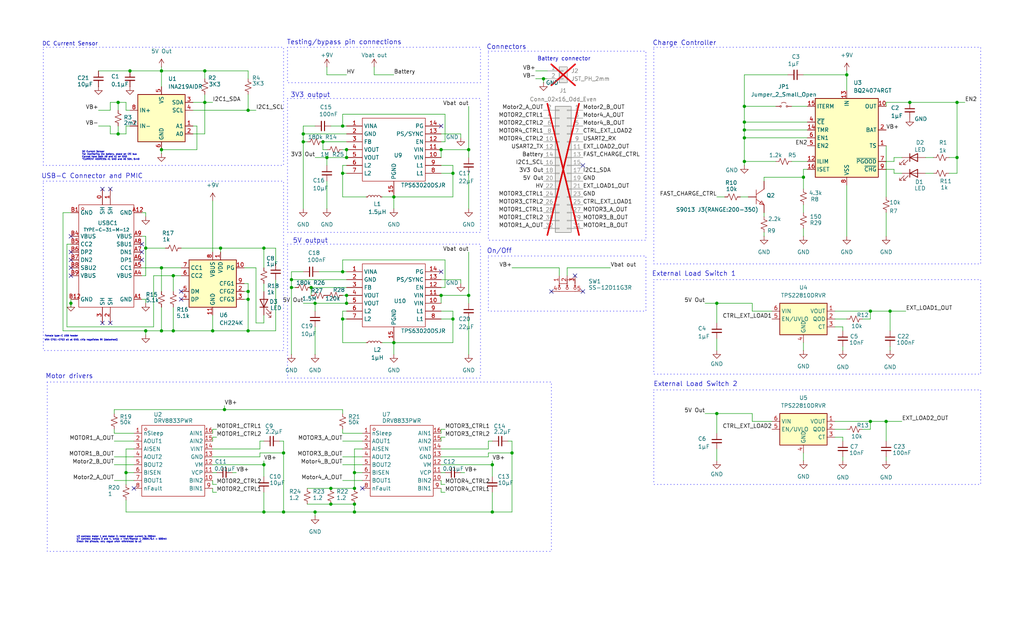
<source format=kicad_sch>
(kicad_sch (version 20250114) (generator "eeschema") (generator_version "9.0")
  (paper "User" 330.2 203.2)
  (title_block (title "Power Subsystem") (date "2025-03-19") (rev "v1") (company "UCT") (comment 1 "Michael Smith") (comment 2 "Michael Lighton"))
  (lib_symbols
    (symbol "Battery_Management:BQ24074RGT"
      (property "Reference" "U" (at -8.89 13.97 0))
      (property "Value" "BQ24074RGT" (at 16.51 13.97 0))
      (symbol "BQ24074RGT_1_1"
        (pin input line (at -12.7 10.16 0) (length 2.54) (name "ITERM") (number "15"))
        (pin input line (at -12.7 5.08 0) (length 2.54) (name "~{CE}") (number "4"))
        (pin input line (at -12.7 2.54 0) (length 2.54) (name "TMR") (number "14"))
        (pin input line (at -12.7 0 0) (length 2.54) (name "EN1") (number "6"))
        (pin input line (at -12.7 -2.54 0) (length 2.54) (name "EN2") (number "5"))
        (pin passive line (at -12.7 -7.62 0) (length 2.54) (name "ILIM") (number "12"))
        (pin passive line (at -12.7 -10.16 0) (length 2.54) (name "ISET") (number "16"))
        (pin power_in line (at 0 15.24 270) (length 2.54) (name "IN") (number "13"))
        (pin passive line (at 0 -15.24 90) (length 2.54) (hide yes) (name "VSS") (number "17"))
        (pin power_in line (at 0 -15.24 90) (length 2.54) (name "VSS") (number "8"))
        (pin power_out line (at 12.7 10.16 180) (length 2.54) (name "OUT") (number "10"))
        (pin passive line (at 12.7 10.16 180) (length 2.54) (hide yes) (name "OUT") (number "11"))
        (pin power_out line (at 12.7 2.54 180) (length 2.54) (name "BAT") (number "2"))
        (pin passive line (at 12.7 2.54 180) (length 2.54) (hide yes) (name "BAT") (number "3"))
        (pin passive line (at 12.7 -2.54 180) (length 2.54) (name "TS") (number "1"))
        (pin open_collector line (at 12.7 -7.62 180) (length 2.54) (name "~{PGOOD}") (number "7"))
        (pin open_collector line (at 12.7 -10.16 180) (length 2.54) (name "~{CHG}") (number "9"))
      )
    )
    (symbol "Connector_Generic:Conn_01x02" (pin_names (offset 1.016) (hide yes))
      (property "Reference" "J" (at 0 2.54 0))
      (property "Value" "Conn_01x02" (at 0 -5.08 0))
      (symbol "Conn_01x02_1_1"
        (pin passive line (at -5.08 0 0) (length 3.81) (name "Pin_1") (number "1"))
        (pin passive line (at -5.08 -2.54 0) (length 3.81) (name "Pin_2") (number "2"))
      )
    )
    (symbol "Connector_Generic:Conn_02x16_Odd_Even" (pin_names (offset 1.016) (hide yes))
      (property "Reference" "J" (at 1.27 20.32 0))
      (property "Value" "Conn_02x16_Odd_Even" (at 1.27 -22.86 0))
      (symbol "Conn_02x16_Odd_Even_1_1"
        (pin passive line (at -5.08 17.78 0) (length 3.81) (name "Pin_1") (number "1"))
        (pin passive line (at -5.08 15.24 0) (length 3.81) (name "Pin_3") (number "3"))
        (pin passive line (at -5.08 12.7 0) (length 3.81) (name "Pin_5") (number "5"))
        (pin passive line (at -5.08 10.16 0) (length 3.81) (name "Pin_7") (number "7"))
        (pin passive line (at -5.08 7.62 0) (length 3.81) (name "Pin_9") (number "9"))
        (pin passive line (at -5.08 5.08 0) (length 3.81) (name "Pin_11") (number "11"))
        (pin passive line (at -5.08 2.54 0) (length 3.81) (name "Pin_13") (number "13"))
        (pin passive line (at -5.08 0 0) (length 3.81) (name "Pin_15") (number "15"))
        (pin passive line (at -5.08 -2.54 0) (length 3.81) (name "Pin_17") (number "17"))
        (pin passive line (at -5.08 -5.08 0) (length 3.81) (name "Pin_19") (number "19"))
        (pin passive line (at -5.08 -7.62 0) (length 3.81) (name "Pin_21") (number "21"))
        (pin passive line (at -5.08 -10.16 0) (length 3.81) (name "Pin_23") (number "23"))
        (pin passive line (at -5.08 -12.7 0) (length 3.81) (name "Pin_25") (number "25"))
        (pin passive line (at -5.08 -15.24 0) (length 3.81) (name "Pin_27") (number "27"))
        (pin passive line (at -5.08 -17.78 0) (length 3.81) (name "Pin_29") (number "29"))
        (pin passive line (at -5.08 -20.32 0) (length 3.81) (name "Pin_31") (number "31"))
        (pin passive line (at 7.62 17.78 180) (length 3.81) (name "Pin_2") (number "2"))
        (pin passive line (at 7.62 15.24 180) (length 3.81) (name "Pin_4") (number "4"))
        (pin passive line (at 7.62 12.7 180) (length 3.81) (name "Pin_6") (number "6"))
        (pin passive line (at 7.62 10.16 180) (length 3.81) (name "Pin_8") (number "8"))
        (pin passive line (at 7.62 7.62 180) (length 3.81) (name "Pin_10") (number "10"))
        (pin passive line (at 7.62 5.08 180) (length 3.81) (name "Pin_12") (number "12"))
        (pin passive line (at 7.62 2.54 180) (length 3.81) (name "Pin_14") (number "14"))
        (pin passive line (at 7.62 0 180) (length 3.81) (name "Pin_16") (number "16"))
        (pin passive line (at 7.62 -2.54 180) (length 3.81) (name "Pin_18") (number "18"))
        (pin passive line (at 7.62 -5.08 180) (length 3.81) (name "Pin_20") (number "20"))
        (pin passive line (at 7.62 -7.62 180) (length 3.81) (name "Pin_22") (number "22"))
        (pin passive line (at 7.62 -10.16 180) (length 3.81) (name "Pin_24") (number "24"))
        (pin passive line (at 7.62 -12.7 180) (length 3.81) (name "Pin_26") (number "26"))
        (pin passive line (at 7.62 -15.24 180) (length 3.81) (name "Pin_28") (number "28"))
        (pin passive line (at 7.62 -17.78 180) (length 3.81) (name "Pin_30") (number "30"))
        (pin passive line (at 7.62 -20.32 180) (length 3.81) (name "Pin_32") (number "32"))
      )
    )
    (symbol "Device:C_Small" (pin_numbers (hide yes)) (pin_names (offset 0.254) (hide yes))
      (property "Reference" "C" (at 0.254 1.778 0))
      (property "Value" "C_Small" (at 0.254 -2.032 0))
      (symbol "C_Small_1_1"
        (pin passive line (at 0 2.54 270) (length 2.032) (name "~") (number "1"))
        (pin passive line (at 0 -2.54 90) (length 2.032) (name "~") (number "2"))
      )
    )
    (symbol "Device:LED" (pin_numbers (hide yes)) (pin_names (offset 1.016) (hide yes))
      (property "Reference" "D" (at 0 2.54 0))
      (property "Value" "LED" (at 0 -2.54 0))
      (symbol "LED_1_1"
        (pin passive line (at -3.81 0 0) (length 2.54) (name "K") (number "1"))
        (pin passive line (at 3.81 0 180) (length 2.54) (name "A") (number "2"))
      )
    )
    (symbol "Device:L_Small" (pin_numbers (hide yes)) (pin_names (offset 0.254) (hide yes))
      (property "Reference" "L" (at 0.762 1.016 0))
      (property "Value" "L_Small" (at 0.762 -1.016 0))
      (symbol "L_Small_1_1"
        (pin passive line (at 0 2.54 270) (length 0.508) (name "~") (number "1"))
        (pin passive line (at 0 -2.54 90) (length 0.508) (name "~") (number "2"))
      )
    )
    (symbol "Device:R_Small_US" (pin_numbers (hide yes)) (pin_names (offset 0.254) (hide yes))
      (property "Reference" "R" (at 0.762 0.508 0))
      (property "Value" "R_Small_US" (at 0.762 -1.016 0))
      (symbol "R_Small_US_1_1"
        (pin passive line (at 0 2.54 270) (length 1.016) (name "~") (number "1"))
        (pin passive line (at 0 -2.54 90) (length 1.016) (name "~") (number "2"))
      )
    )
    (symbol "Interface_USB:CH224K"
      (property "Reference" "U" (at -7.874 -8.89 0))
      (property "Value" "CH224K" (at 3.048 -8.89 0))
      (symbol "CH224K_1_1"
        (pin bidirectional line (at -10.16 5.08 0) (length 2.54) (name "CC1") (number "7"))
        (pin bidirectional line (at -10.16 2.54 0) (length 2.54) (name "CC2") (number "6"))
        (pin bidirectional line (at -10.16 -2.54 0) (length 2.54) (name "DM") (number "5"))
        (pin bidirectional line (at -10.16 -5.08 0) (length 2.54) (name "DP") (number "4"))
        (pin passive line (at 0 10.16 270) (length 2.54) (name "VBUS") (number "8"))
        (pin power_in line (at 0 -10.16 90) (length 2.54) (name "GND") (number "11"))
        (pin power_in line (at 2.54 10.16 270) (length 2.54) (name "VDD") (number "1"))
        (pin open_collector line (at 10.16 5.08 180) (length 2.54) (name "PG") (number "10"))
        (pin passive line (at 10.16 0 180) (length 2.54) (name "CFG1") (number "9"))
        (pin passive line (at 10.16 -2.54 180) (length 2.54) (name "CFG2") (number "2"))
        (pin passive line (at 10.16 -5.08 180) (length 2.54) (name "CFG3") (number "3"))
      )
    )
    (symbol "Jumper:Jumper_2_Small_Open" (pin_numbers (hide yes)) (pin_names (offset 0) (hide yes)) (exclude_from_sim yes)
      (property "Reference" "JP" (at 0 2.794 0))
      (property "Value" "Jumper_2_Small_Open" (at 0 -2.286 0))
      (symbol "Jumper_2_Small_Open_1_1"
        (pin passive line (at -2.54 0 0) (length 1.27) (name "A") (number "1"))
        (pin passive line (at 2.54 0 180) (length 1.27) (name "B") (number "2"))
      )
    )
    (symbol "Power_Management:TPS22810DRV"
      (property "Reference" "U" (at -6.35 6.35 0))
      (property "Value" "TPS22810DRV" (at 7.62 -6.35 0))
      (symbol "TPS22810DRV_1_1"
        (pin power_in line (at -10.16 2.54 0) (length 2.54) (name "VIN") (number "6"))
        (pin input line (at -10.16 0 0) (length 2.54) (name "EN/UVLO") (number "5"))
        (pin power_in line (at 0 -7.62 90) (length 2.54) (name "GND") (number "4"))
        (pin passive line (at 0 -7.62 90) (length 2.54) (hide yes) (name "GND") (number "7"))
        (pin power_out line (at 10.16 2.54 180) (length 2.54) (name "VOUT") (number "1"))
        (pin open_collector line (at 10.16 0 180) (length 2.54) (name "QOD") (number "2"))
        (pin output line (at 10.16 -2.54 180) (length 2.54) (name "CT") (number "3"))
      )
    )
    (symbol "S9013 J31_S9013 J3-altium-import:root_0_S9013 J3(RANGE{colon}200-350)_" (pin_numbers (hide yes)) (pin_names (hide yes))
      (symbol "root_0_S9013 J3(RANGE{colon}200-350)__1_0"
        (pin passive line (at -2.54 0 0) (length 2.54) (name "B") (number "1"))
        (pin passive line (at 2.54 5.08 270) (length 2.54) (name "C") (number "3"))
        (pin passive line (at 2.54 -5.08 90) (length 2.54) (name "E") (number "2"))
      )
    )
    (symbol "SS-12D11G3R1_SS-12D11G3R-altium-import:root_0_SS-12D11G3R_" (pin_names (hide yes))
      (symbol "root_0_SS-12D11G3R__1_0"
        (pin passive line (at -5.08 -2.54 0) (length 2.54) (name "4") (number "4"))
        (pin passive line (at -2.54 2.54 270) (length 2.54) (name "1") (number "1"))
        (pin passive line (at 0 2.54 270) (length 2.54) (name "2") (number "2"))
        (pin passive line (at 2.54 2.54 270) (length 2.54) (name "3") (number "3"))
        (pin passive line (at 5.08 -2.54 180) (length 2.54) (name "5") (number "5"))
      )
    )
    (symbol "Sensor_Energy:INA219AxD"
      (property "Reference" "U" (at -6.35 8.89 0))
      (property "Value" "INA219AxD" (at 5.08 8.89 0))
      (symbol "INA219AxD_1_1"
        (pin input line (at -10.16 2.54 0) (length 2.54) (name "IN+") (number "8"))
        (pin input line (at -10.16 -2.54 0) (length 2.54) (name "IN-") (number "7"))
        (pin power_in line (at 0 10.16 270) (length 2.54) (name "VS") (number "5"))
        (pin power_in line (at 0 -10.16 90) (length 2.54) (name "GND") (number "6"))
        (pin bidirectional line (at 10.16 5.08 180) (length 2.54) (name "SDA") (number "3"))
        (pin input line (at 10.16 2.54 180) (length 2.54) (name "SCL") (number "4"))
        (pin input line (at 10.16 -2.54 180) (length 2.54) (name "A1") (number "1"))
        (pin input line (at 10.16 -5.08 180) (length 2.54) (name "A0") (number "2"))
      )
    )
    (symbol "TPS63020DSJR1_TPS63020DSJR-altium-import:root_0_TPS63020DSJR_"
      (symbol "root_0_TPS63020DSJR__1_0"
        (pin passive line (at -15.24 10.16 0) (length 5.08) (name "VINA") (number "1"))
        (pin passive line (at -15.24 7.62 0) (length 5.08) (name "GND") (number "2"))
        (pin passive line (at -15.24 5.08 0) (length 5.08) (name "FB") (number "3"))
        (pin passive line (at -15.24 2.54 0) (length 5.08) (name "VOUT") (number "4"))
        (pin passive line (at -15.24 0 0) (length 5.08) (name "VOUT") (number "5"))
        (pin passive line (at -15.24 -2.54 0) (length 5.08) (name "L2") (number "6"))
        (pin passive line (at -15.24 -5.08 0) (length 5.08) (name "L2") (number "7"))
        (pin passive line (at 0 -12.7 90) (length 5.08) (name "PGND") (number "15"))
        (pin passive line (at 15.24 10.16 180) (length 5.08) (name "PG") (number "14"))
        (pin passive line (at 15.24 7.62 180) (length 5.08) (name "PS/SYNC") (number "13"))
        (pin passive line (at 15.24 5.08 180) (length 5.08) (name "EN") (number "12"))
        (pin passive line (at 15.24 2.54 180) (length 5.08) (name "VIN") (number "11"))
        (pin passive line (at 15.24 0 180) (length 5.08) (name "VIN") (number "10"))
        (pin passive line (at 15.24 -2.54 180) (length 5.08) (name "L1") (number "9"))
        (pin passive line (at 15.24 -5.08 180) (length 5.08) (name "L1") (number "8"))
      )
    )
    (symbol "hbridge-altium-import:root_0_DRV8833PWR_"
      (symbol "root_0_DRV8833PWR__1_0"
        (pin passive line (at -12.7 8.89 0) (length 2.54) (name "nSleep") (number "1"))
        (pin passive line (at -12.7 6.35 0) (length 2.54) (name "AOUT1") (number "2"))
        (pin passive line (at -12.7 3.81 0) (length 2.54) (name "AISEN") (number "3"))
        (pin passive line (at -12.7 1.27 0) (length 2.54) (name "AOUT2") (number "4"))
        (pin passive line (at -12.7 -1.27 0) (length 2.54) (name "BOUT2") (number "5"))
        (pin passive line (at -12.7 -3.81 0) (length 2.54) (name "BISEN") (number "6"))
        (pin passive line (at -12.7 -6.35 0) (length 2.54) (name "BOUT1") (number "7"))
        (pin passive line (at -12.7 -8.89 0) (length 2.54) (name "nFault") (number "8"))
        (pin passive line (at 12.7 8.89 180) (length 2.54) (name "AIN1") (number "16"))
        (pin passive line (at 12.7 6.35 180) (length 2.54) (name "AIN2") (number "15"))
        (pin passive line (at 12.7 3.81 180) (length 2.54) (name "VINT") (number "14"))
        (pin passive line (at 12.7 1.27 180) (length 2.54) (name "GND") (number "13"))
        (pin passive line (at 12.7 -1.27 180) (length 2.54) (name "VM") (number "12"))
        (pin passive line (at 12.7 -3.81 180) (length 2.54) (name "VCP") (number "11"))
        (pin passive line (at 12.7 -6.35 180) (length 2.54) (name "BIN2") (number "10"))
        (pin passive line (at 12.7 -8.89 180) (length 2.54) (name "BIN1") (number "9"))
      )
    )
    (symbol "power:+9V" (power) (pin_numbers (hide yes)) (pin_names (offset 0) (hide yes))
      (property "Value" "+9V" (at 0 3.556 0))
      (symbol "+9V_1_1"
        (pin power_in line (at 0 0 90) (length 0) (name "~") (number "1"))
      )
    )
    (symbol "power:GND" (power) (pin_numbers (hide yes)) (pin_names (offset 0) (hide yes))
      (property "Value" "GND" (at 0 -3.81 0))
      (symbol "GND_1_1"
        (pin power_in line (at 0 0 270) (length 0) (name "~") (number "1"))
      )
    )
    (symbol "power:VCC" (power) (pin_numbers (hide yes)) (pin_names (offset 0) (hide yes))
      (property "Value" "VCC" (at 0 3.556 0))
      (symbol "VCC_1_1"
        (pin power_in line (at 0 0 90) (length 0) (name "~") (number "1"))
      )
    )
    (symbol "usb_c-altium-import:root_0_TYPE-C-31-M-12_"
      (symbol "root_0_TYPE-C-31-M-12__1_0"
        (pin passive line (at -11.43 13.97 0) (length 2.54) (name "GND") (number "B1"))
        (pin passive line (at -11.43 6.35 0) (length 2.54) (name "VBUS") (number "B4"))
        (pin passive line (at -11.43 3.81 0) (length 2.54) (name "CC2") (number "B5"))
        (pin passive line (at -11.43 1.27 0) (length 2.54) (name "DP2") (number "B6"))
        (pin passive line (at -11.43 -1.27 0) (length 2.54) (name "DN2") (number "B7"))
        (pin passive line (at -11.43 -3.81 0) (length 2.54) (name "SBU2") (number "B8"))
        (pin passive line (at -11.43 -6.35 0) (length 2.54) (name "VBUS") (number "B9"))
        (pin passive line (at -11.43 -13.97 0) (length 2.54) (name "GND") (number "B12"))
        (pin passive line (at -1.27 21.59 270) (length 5.08) (name "SH") (number "0"))
        (pin passive line (at -1.27 -21.59 90) (length 5.08) (name "SH") (number "3"))
        (pin passive line (at 1.27 21.59 270) (length 5.08) (name "SH") (number "1"))
        (pin passive line (at 1.27 -21.59 90) (length 5.08) (name "SH") (number "2"))
        (pin passive line (at 11.43 13.97 180) (length 2.54) (name "GND") (number "A12"))
        (pin passive line (at 11.43 6.35 180) (length 2.54) (name "VBUS") (number "A9"))
        (pin passive line (at 11.43 3.81 180) (length 2.54) (name "SBU1") (number "A8"))
        (pin passive line (at 11.43 1.27 180) (length 2.54) (name "DN1") (number "A7"))
        (pin passive line (at 11.43 -1.27 180) (length 2.54) (name "DP1") (number "A6"))
        (pin passive line (at 11.43 -3.81 180) (length 2.54) (name "CC1") (number "A5"))
        (pin passive line (at 11.43 -6.35 180) (length 2.54) (name "VBUS") (number "A4"))
        (pin passive line (at 11.43 -13.97 180) (length 2.54) (name "GND") (number "A1"))
      )
    )
  )
  (rectangle (start 210.82 90.17) (end 316.23 120.65) (stroke (width 0.254) (type dot) (color 74 68 255 1)))
  (rectangle (start 210.82 15.24) (end 316.23 85.09) (stroke (width 0.254) (type dot) (color 74 68 255 1)))
  (rectangle (start 13.97 15.24) (end 91.44 53.34) (stroke (width 0.254) (type dot) (color 74 68 255 1)))
  (rectangle (start 15.24 123.19) (end 177.8 177.8) (stroke (width 0.254) (type dot) (color 74 68 255 1)))
  (rectangle (start 92.71 31.75) (end 154.94 74.93) (stroke (width 0.254) (type dot) (color 74 68 255 1)))
  (rectangle (start 92.71 15.24) (end 154.94 26.67) (stroke (width 0.254) (type dot) (color 74 68 255 1)))
  (rectangle (start 157.48 16.51) (end 208.28 77.47) (stroke (width 0.254) (type dot) (color 74 68 255 1)))
  (rectangle (start 13.97 58.42) (end 91.44 113.03) (stroke (width 0.254) (type dot) (color 74 68 255 1)))
  (rectangle (start 210.82 125.73) (end 316.23 156.21) (stroke (width 0.254) (type dot) (color 74 68 255 1)))
  (rectangle (start 157.48 82.55) (end 208.28 100.33) (stroke (width 0.254) (type dot) (color 74 68 255 1)))
  (rectangle (start 92.71 78.74) (end 154.94 121.92) (stroke (width 0.254) (type dot) (color 74 68 255 1)))
  (text "Battery connector\n" (exclude_from_sim yes) (at 181.864 19.05 0) (effects (font (size 1.27 1.27))))
  (text "U2 controls motor 1 and motor 2, rated motor current is 200mA\nU7 controls motors 3 and 4, Ichop = Vref/Rsense = 200m/0.4 = 500mA\nCheck the pinouts, very vague when referenced to uC\n" (at 24.638 173.99 0) (effects (font (size 0.508 0.508)) (justify left)))
  (text "DC Current Sensor" (at 22.606 14.224 0) (effects (font (size 1.27 1.27))))
  (text "External Load Switch 2\n" (at 224.282 123.952 0) (effects (font (size 1.524 1.524))))
  (text "Connectors" (at 163.322 15.24 0) (effects (font (size 1.524 1.524))))
  (text "DC Current Sensor\nFor monitoring the battery, place on I2C bus \nCannot have both A0 and A1 on GND\n*CURRENT ADDRESS: A1 GND and A0 SDA, 0x40" (at 26.416 50.292 0) (effects (font (size 0.508 0.508)) (justify left)))
  (text "Motor drivers" (at 22.352 121.412 0) (effects (font (size 1.524 1.524))))
  (text "Charge Controller" (at 220.726 13.97 0) (effects (font (size 1.524 1.524))))
  (text "Female type-C USB header\n" (at 19.812 108.458 0) (effects (font (size 0.508 0.508))))
  (text "3V3 output\n" (at 100.076 30.734 0) (effects (font (size 1.524 1.524))))
  (text "On/Off\n" (at 161.036 81.026 0) (effects (font (size 1.524 1.524))))
  (text "5V output\n" (at 100.076 77.724 0) (effects (font (size 1.524 1.524))))
  (text "Testing/bypass pin connections" (at 110.998 13.716 0) (effects (font (size 1.524 1.524))))
  (text "With CFG1-CFG3 all at GND, chip negotiates 9V (datasheet)" (at 26.162 109.728 0) (effects (font (size 0.508 0.508))))
  (text "External Load Switch 1\n" (at 223.774 88.392 0) (effects (font (size 1.524 1.524))))
  (text "USB-C Connector and PMIC" (at 29.718 56.896 0) (effects (font (size 1.524 1.524))))
  (junction (at 240.03 52.07))
  (junction (at 80.01 96.52))
  (junction (at 127 63.5))
  (junction (at 127 110.49))
  (junction (at 110.49 40.64))
  (junction (at 91.44 165.1))
  (junction (at 104.14 45.72))
  (junction (at 110.49 102.87))
  (junction (at 240.03 41.91))
  (junction (at 110.49 87.63))
  (junction (at 240.03 39.37))
  (junction (at 259.08 57.15))
  (junction (at 158.75 149.86))
  (junction (at 41.91 22.86))
  (junction (at 114.3 165.1))
  (junction (at 111.76 50.8))
  (junction (at 231.14 97.79))
  (junction (at 175.26 25.4))
  (junction (at 40.64 152.4))
  (junction (at 111.76 95.25))
  (junction (at 114.3 157.48))
  (junction (at 285.75 135.89))
  (junction (at 72.39 132.08))
  (junction (at 146.05 102.87))
  (junction (at 46.99 106.68))
  (junction (at 165.1 146.05))
  (junction (at 114.3 162.56))
  (junction (at 231.14 133.35))
  (junction (at 111.76 97.79))
  (junction (at 114.3 152.4))
  (junction (at 97.79 43.18))
  (junction (at 110.49 55.88))
  (junction (at 66.04 22.86))
  (junction (at 308.61 50.8))
  (junction (at 85.09 80.01))
  (junction (at 158.75 165.1))
  (junction (at 111.76 48.26))
  (junction (at 105.41 50.8))
  (junction (at 46.99 80.01))
  (junction (at 280.67 100.33))
  (junction (at 80.01 93.98))
  (junction (at 151.13 95.25))
  (junction (at 93.98 92.71))
  (junction (at 106.68 162.56))
  (junction (at 71.12 80.01))
  (junction (at 273.05 24.13))
  (junction (at 80.01 35.56))
  (junction (at 22.86 97.79))
  (junction (at 91.44 146.05))
  (junction (at 55.88 88.9))
  (junction (at 97.79 45.72))
  (junction (at 68.58 106.68))
  (junction (at 151.13 48.26))
  (junction (at 240.03 44.45))
  (junction (at 66.04 33.02))
  (junction (at 308.61 33.02))
  (junction (at 293.37 33.02))
  (junction (at 38.1 43.18))
  (junction (at 38.1 33.02))
  (junction (at 100.33 92.71))
  (junction (at 280.67 135.89))
  (junction (at 80.01 106.68))
  (junction (at 85.09 149.86))
  (junction (at 146.05 55.88))
  (junction (at 142.24 95.25))
  (junction (at 52.07 22.86))
  (junction (at 93.98 90.17))
  (junction (at 240.03 34.29))
  (junction (at 142.24 48.26))
  (junction (at 52.07 48.26))
  (junction (at 106.68 157.48))
  (junction (at 287.02 100.33))
  (junction (at 101.6 97.79))
  (junction (at 52.07 106.68))
  (junction (at 55.88 106.68))
  (junction (at 101.6 165.1))
  (junction (at 85.09 165.1))
  (junction (at 52.07 86.36))
  (no_connect (at 45.72 78.74))
  (no_connect (at 58.42 93.98))
  (no_connect (at 22.86 76.2))
  (no_connect (at 116.84 157.48))
  (no_connect (at 177.8 93.98))
  (no_connect (at 33.02 104.14))
  (no_connect (at 22.86 88.9))
  (no_connect (at 43.18 157.48))
  (no_connect (at 22.86 86.36))
  (no_connect (at 185.42 88.9))
  (no_connect (at 142.24 40.64))
  (no_connect (at 45.72 83.82))
  (no_connect (at 22.86 83.82))
  (no_connect (at 187.96 53.34))
  (no_connect (at 45.72 81.28))
  (no_connect (at 35.56 104.14))
  (no_connect (at 142.24 87.63))
  (no_connect (at 35.56 60.96))
  (no_connect (at 22.86 81.28))
  (no_connect (at 33.02 60.96))
  (no_connect (at 187.96 93.98))
  (no_connect (at 58.42 96.52))
  (wire (pts (xy 114.3 162.56) (xy 114.3 165.1)))
  (wire (pts (xy 110.49 139.7) (xy 110.49 138.43)))
  (wire (pts (xy 143.51 36.83) (xy 110.49 36.83)))
  (wire (pts (xy 46.99 106.68) (xy 52.07 106.68)))
  (wire (pts (xy 240.03 39.37) (xy 240.03 41.91)))
  (wire (pts (xy 36.83 139.7) (xy 36.83 138.43)))
  (wire (pts (xy 40.64 152.4) (xy 43.18 152.4)))
  (wire (pts (xy 31.75 35.56) (xy 35.56 35.56)))
  (wire (pts (xy 151.13 95.25) (xy 151.13 97.79)))
  (wire (pts (xy 240.03 34.29) (xy 250.19 34.29)))
  (wire (pts (xy 240.03 44.45) (xy 260.35 44.45)))
  (wire (pts (xy 62.23 33.02) (xy 66.04 33.02)))
  (wire (pts (xy 306.07 55.88) (xy 308.61 55.88)))
  (wire (pts (xy 110.49 87.63) (xy 111.76 87.63)))
  (wire (pts (xy 80.01 93.98) (xy 80.01 96.52)))
  (wire (pts (xy 231.14 133.35) (xy 242.57 133.35)))
  (wire (pts (xy 285.75 147.32) (xy 285.75 148.59)))
  (wire (pts (xy 271.78 105.41) (xy 271.78 106.68)))
  (wire (pts (xy 78.74 96.52) (xy 80.01 96.52)))
  (wire (pts (xy 142.24 140.97) (xy 143.51 140.97)))
  (wire (pts (xy 93.98 87.63) (xy 97.79 87.63)))
  (wire (pts (xy 142.24 149.86) (xy 158.75 149.86)))
  (wire (pts (xy 110.49 40.64) (xy 111.76 40.64)))
  (wire (pts (xy 158.75 148.59) (xy 158.75 149.86)))
  (wire (pts (xy 269.24 135.89) (xy 280.67 135.89)))
  (wire (pts (xy 259.08 66.04) (xy 259.08 68.58)))
  (wire (pts (xy 175.26 25.4) (xy 176.53 25.4)))
  (wire (pts (xy 259.08 110.49) (xy 259.08 113.03)))
  (wire (pts (xy 280.67 135.89) (xy 280.67 138.43)))
  (wire (pts (xy 142.24 43.18) (xy 148.59 43.18)))
  (wire (pts (xy 248.92 100.33) (xy 242.57 100.33)))
  (wire (pts (xy 242.57 100.33) (xy 242.57 97.79)))
  (wire (pts (xy 102.87 87.63) (xy 110.49 87.63)))
  (wire (pts (xy 100.33 92.71) (xy 111.76 92.71)))
  (wire (pts (xy 80.01 96.52) (xy 80.01 106.68)))
  (wire (pts (xy 285.75 135.89) (xy 290.83 135.89)))
  (wire (pts (xy 36.83 132.08) (xy 36.83 133.35)))
  (wire (pts (xy 49.53 88.9) (xy 55.88 88.9)))
  (wire (pts (xy 85.09 101.6) (xy 85.09 104.14)))
  (wire (pts (xy 285.75 46.99) (xy 285.75 63.5)))
  (wire (pts (xy 127 63.5) (xy 146.05 63.5)))
  (wire (pts (xy 110.49 154.94) (xy 116.84 154.94)))
  (wire (pts (xy 100.33 92.71) (xy 100.33 95.25)))
  (wire (pts (xy 40.64 40.64) (xy 40.64 43.18)))
  (wire (pts (xy 66.04 33.02) (xy 68.58 33.02)))
  (wire (pts (xy 246.38 57.15) (xy 259.08 57.15)))
  (wire (pts (xy 40.64 35.56) (xy 41.91 35.56)))
  (wire (pts (xy 20.32 106.68) (xy 46.99 106.68)))
  (wire (pts (xy 163.83 142.24) (xy 165.1 142.24)))
  (wire (pts (xy 80.01 106.68) (xy 68.58 106.68)))
  (wire (pts (xy 46.99 96.52) (xy 46.99 97.79)))
  (wire (pts (xy 288.29 55.88) (xy 290.83 55.88)))
  (wire (pts (xy 106.68 157.48) (xy 114.3 157.48)))
  (wire (pts (xy 151.13 81.28) (xy 151.13 95.25)))
  (wire (pts (xy 110.49 83.82) (xy 110.49 87.63)))
  (wire (pts (xy 231.14 97.79) (xy 231.14 104.14)))
  (wire (pts (xy 273.05 59.69) (xy 273.05 76.2)))
  (wire (pts (xy 172.72 22.86) (xy 176.53 22.86)))
  (wire (pts (xy 93.98 90.17) (xy 111.76 90.17)))
  (wire (pts (xy 46.99 80.01) (xy 53.34 80.01)))
  (wire (pts (xy 180.34 86.36) (xy 180.34 88.9)))
  (wire (pts (xy 85.09 104.14) (xy 82.55 104.14)))
  (wire (pts (xy 255.27 34.29) (xy 260.35 34.29)))
  (wire (pts (xy 273.05 24.13) (xy 273.05 29.21)))
  (wire (pts (xy 293.37 33.02) (xy 308.61 33.02)))
  (wire (pts (xy 280.67 100.33) (xy 280.67 102.87)))
  (wire (pts (xy 46.99 76.2) (xy 46.99 80.01)))
  (wire (pts (xy 143.51 83.82) (xy 110.49 83.82)))
  (wire (pts (xy 68.58 147.32) (xy 83.82 147.32)))
  (wire (pts (xy 85.09 165.1) (xy 91.44 165.1)))
  (wire (pts (xy 287.02 100.33) (xy 287.02 106.68)))
  (wire (pts (xy 114.3 152.4) (xy 116.84 152.4)))
  (wire (pts (xy 285.75 52.07) (xy 288.29 52.07)))
  (wire (pts (xy 306.07 50.8) (xy 308.61 50.8)))
  (wire (pts (xy 105.41 50.8) (xy 111.76 50.8)))
  (wire (pts (xy 248.92 135.89) (xy 242.57 135.89)))
  (wire (pts (xy 52.07 48.26) (xy 63.5 48.26)))
  (wire (pts (xy 142.24 144.78) (xy 157.48 144.78)))
  (wire (pts (xy 142.24 45.72) (xy 143.51 45.72)))
  (wire (pts (xy 52.07 22.86) (xy 66.04 22.86)))
  (wire (pts (xy 280.67 135.89) (xy 285.75 135.89)))
  (wire (pts (xy 118.11 110.49) (xy 110.49 110.49)))
  (wire (pts (xy 240.03 52.07) (xy 240.03 53.34)))
  (wire (pts (xy 101.6 165.1) (xy 114.3 165.1)))
  (wire (pts (xy 35.56 40.64) (xy 35.56 43.18)))
  (wire (pts (xy 88.9 80.01) (xy 88.9 85.09)))
  (wire (pts (xy 85.09 80.01) (xy 88.9 80.01)))
  (wire (pts (xy 148.59 90.17) (xy 148.59 91.44)))
  (wire (pts (xy 93.98 92.71) (xy 93.98 90.17)))
  (wire (pts (xy 104.14 45.72) (xy 111.76 45.72)))
  (wire (pts (xy 146.05 110.49) (xy 146.05 102.87)))
  (wire (pts (xy 269.24 102.87) (xy 273.05 102.87)))
  (wire (pts (xy 99.06 162.56) (xy 106.68 162.56)))
  (wire (pts (xy 38.1 40.64) (xy 38.1 43.18)))
  (wire (pts (xy 97.79 45.72) (xy 99.06 45.72)))
  (wire (pts (xy 78.74 93.98) (xy 80.01 93.98)))
  (wire (pts (xy 40.64 152.4) (xy 40.64 144.78)))
  (wire (pts (xy 85.09 149.86) (xy 85.09 153.67)))
  (wire (pts (xy 269.24 140.97) (xy 271.78 140.97)))
  (wire (pts (xy 142.24 154.94) (xy 142.24 156.21)))
  (wire (pts (xy 114.3 152.4) (xy 114.3 157.48)))
  (wire (pts (xy 246.38 74.93) (xy 246.38 76.2)))
  (wire (pts (xy 40.64 144.78) (xy 43.18 144.78)))
  (wire (pts (xy 260.35 54.61) (xy 259.08 54.61)))
  (wire (pts (xy 85.09 80.01) (xy 85.09 86.36)))
  (wire (pts (xy 127 110.49) (xy 146.05 110.49)))
  (wire (pts (xy 278.13 102.87) (xy 280.67 102.87)))
  (wire (pts (xy 101.6 97.79) (xy 111.76 97.79)))
  (wire (pts (xy 285.75 68.58) (xy 285.75 76.2)))
  (wire (pts (xy 83.82 146.05) (xy 91.44 146.05)))
  (wire (pts (xy 116.84 139.7) (xy 110.49 139.7)))
  (wire (pts (xy 143.51 45.72) (xy 143.51 36.83)))
  (wire (pts (xy 52.07 22.86) (xy 52.07 27.94)))
  (wire (pts (xy 106.68 162.56) (xy 114.3 162.56)))
  (wire (pts (xy 142.24 157.48) (xy 142.24 158.75)))
  (wire (pts (xy 240.03 41.91) (xy 240.03 44.45)))
  (wire (pts (xy 151.13 34.29) (xy 151.13 48.26)))
  (wire (pts (xy 21.59 78.74) (xy 21.59 105.41)))
  (wire (pts (xy 83.82 142.24) (xy 83.82 144.78)))
  (wire (pts (xy 287.02 100.33) (xy 292.1 100.33)))
  (wire (pts (xy 127 110.49) (xy 127 114.3)))
  (wire (pts (xy 66.04 22.86) (xy 66.04 25.4)))
  (wire (pts (xy 259.08 54.61) (xy 259.08 57.15)))
  (wire (pts (xy 285.75 135.89) (xy 285.75 142.24)))
  (wire (pts (xy 80.01 91.44) (xy 80.01 93.98)))
  (wire (pts (xy 231.14 97.79) (xy 242.57 97.79)))
  (wire (pts (xy 114.3 165.1) (xy 158.75 165.1)))
  (wire (pts (xy 142.24 152.4) (xy 143.51 152.4)))
  (wire (pts (xy 142.24 156.21) (xy 143.51 156.21)))
  (wire (pts (xy 182.88 86.36) (xy 182.88 88.9)))
  (wire (pts (xy 46.99 106.68) (xy 46.99 107.95)))
  (wire (pts (xy 110.49 36.83) (xy 110.49 40.64)))
  (wire (pts (xy 240.03 44.45) (xy 240.03 52.07)))
  (wire (pts (xy 240.03 41.91) (xy 260.35 41.91)))
  (wire (pts (xy 80.01 106.68) (xy 88.9 106.68)))
  (wire (pts (xy 40.64 35.56) (xy 40.64 33.02)))
  (wire (pts (xy 41.91 22.86) (xy 52.07 22.86)))
  (wire (pts (xy 36.83 142.24) (xy 43.18 142.24)))
  (wire (pts (xy 259.08 24.13) (xy 273.05 24.13)))
  (wire (pts (xy 68.58 144.78) (xy 83.82 144.78)))
  (wire (pts (xy 68.58 154.94) (xy 68.58 156.21)))
  (wire (pts (xy 114.3 152.4) (xy 114.3 144.78)))
  (wire (pts (xy 82.55 104.14) (xy 82.55 86.36)))
  (wire (pts (xy 158.75 165.1) (xy 165.1 165.1)))
  (wire (pts (xy 40.64 161.29) (xy 40.64 165.1)))
  (wire (pts (xy 22.86 68.58) (xy 20.32 68.58)))
  (wire (pts (xy 182.88 86.36) (xy 196.85 86.36)))
  (wire (pts (xy 106.68 40.64) (xy 110.49 40.64)))
  (wire (pts (xy 97.79 67.31) (xy 97.79 45.72)))
  (wire (pts (xy 143.51 92.71) (xy 143.51 83.82)))
  (wire (pts (xy 36.83 154.94) (xy 43.18 154.94)))
  (wire (pts (xy 285.75 34.29) (xy 285.75 33.02)))
  (wire (pts (xy 45.72 68.58) (xy 46.99 68.58)))
  (wire (pts (xy 62.23 35.56) (xy 80.01 35.56)))
  (wire (pts (xy 127 63.5) (xy 127 67.31)))
  (wire (pts (xy 110.49 63.5) (xy 110.49 55.88)))
  (wire (pts (xy 271.78 140.97) (xy 271.78 142.24)))
  (wire (pts (xy 90.17 142.24) (xy 91.44 142.24)))
  (wire (pts (xy 157.48 146.05) (xy 165.1 146.05)))
  (wire (pts (xy 308.61 33.02) (xy 308.61 50.8)))
  (wire (pts (xy 71.12 80.01) (xy 71.12 81.28)))
  (wire (pts (xy 45.72 96.52) (xy 46.99 96.52)))
  (wire (pts (xy 242.57 135.89) (xy 242.57 133.35)))
  (wire (pts (xy 91.44 142.24) (xy 91.44 146.05)))
  (wire (pts (xy 80.01 35.56) (xy 82.55 35.56)))
  (wire (pts (xy 43.18 139.7) (xy 36.83 139.7)))
  (wire (pts (xy 110.49 132.08) (xy 110.49 133.35)))
  (wire (pts (xy 36.83 147.32) (xy 43.18 147.32)))
  (wire (pts (xy 165.1 86.36) (xy 180.34 86.36)))
  (wire (pts (xy 83.82 147.32) (xy 83.82 146.05)))
  (wire (pts (xy 246.38 58.42) (xy 246.38 57.15)))
  (wire (pts (xy 110.49 147.32) (xy 116.84 147.32)))
  (wire (pts (xy 120.65 21.59) (xy 120.65 24.13)))
  (wire (pts (xy 110.49 110.49) (xy 110.49 102.87)))
  (wire (pts (xy 240.03 24.13) (xy 254 24.13)))
  (wire (pts (xy 142.24 90.17) (xy 148.59 90.17)))
  (wire (pts (xy 231.14 133.35) (xy 231.14 139.7)))
  (wire (pts (xy 40.64 165.1) (xy 85.09 165.1)))
  (wire (pts (xy 110.49 102.87) (xy 111.76 102.87)))
  (wire (pts (xy 165.1 142.24) (xy 165.1 146.05)))
  (wire (pts (xy 104.14 48.26) (xy 105.41 48.26)))
  (wire (pts (xy 68.58 139.7) (xy 68.58 138.43)))
  (wire (pts (xy 146.05 102.87) (xy 146.05 100.33)))
  (wire (pts (xy 68.58 152.4) (xy 69.85 152.4)))
  (wire (pts (xy 72.39 132.08) (xy 110.49 132.08)))
  (wire (pts (xy 123.19 63.5) (xy 127 63.5)))
  (wire (pts (xy 142.24 147.32) (xy 157.48 147.32)))
  (wire (pts (xy 288.29 54.61) (xy 288.29 55.88)))
  (wire (pts (xy 142.24 95.25) (xy 142.24 97.79)))
  (wire (pts (xy 146.05 53.34) (xy 142.24 53.34)))
  (wire (pts (xy 91.44 165.1) (xy 101.6 165.1)))
  (wire (pts (xy 111.76 95.25) (xy 111.76 97.79)))
  (wire (pts (xy 142.24 138.43) (xy 143.51 138.43)))
  (wire (pts (xy 110.49 53.34) (xy 110.49 55.88)))
  (wire (pts (xy 287.02 111.76) (xy 287.02 113.03)))
  (wire (pts (xy 158.75 158.75) (xy 158.75 165.1)))
  (wire (pts (xy 111.76 100.33) (xy 110.49 100.33)))
  (wire (pts (xy 259.08 146.05) (xy 259.08 148.59)))
  (wire (pts (xy 158.75 142.24) (xy 157.48 142.24)))
  (wire (pts (xy 45.72 88.9) (xy 46.99 88.9)))
  (wire (pts (xy 104.14 45.72) (xy 104.14 48.26)))
  (wire (pts (xy 93.98 114.3) (xy 93.98 92.71)))
  (wire (pts (xy 85.09 158.75) (xy 85.09 165.1)))
  (wire (pts (xy 308.61 50.8) (xy 308.61 55.88)))
  (wire (pts (xy 52.07 106.68) (xy 55.88 106.68)))
  (wire (pts (xy 255.27 52.07) (xy 260.35 52.07)))
  (wire (pts (xy 58.42 86.36) (xy 52.07 86.36)))
  (wire (pts (xy 114.3 144.78) (xy 116.84 144.78)))
  (wire (pts (xy 111.76 53.34) (xy 110.49 53.34)))
  (wire (pts (xy 85.09 91.44) (xy 85.09 93.98)))
  (wire (pts (xy 62.23 40.64) (xy 63.5 40.64)))
  (wire (pts (xy 151.13 55.88) (xy 151.13 67.31)))
  (wire (pts (xy 142.24 95.25) (xy 151.13 95.25)))
  (wire (pts (xy 240.03 52.07) (xy 250.19 52.07)))
  (wire (pts (xy 111.76 48.26) (xy 111.76 50.8)))
  (wire (pts (xy 148.59 43.18) (xy 148.59 44.45)))
  (wire (pts (xy 285.75 33.02) (xy 293.37 33.02)))
  (wire (pts (xy 105.41 21.59) (xy 105.41 24.13)))
  (wire (pts (xy 105.41 58.42) (xy 105.41 67.31)))
  (wire (pts (xy 246.38 68.58) (xy 246.38 69.85)))
  (wire (pts (xy 38.1 33.02) (xy 38.1 35.56)))
  (wire (pts (xy 93.98 92.71) (xy 95.25 92.71)))
  (wire (pts (xy 85.09 148.59) (xy 85.09 149.86)))
  (wire (pts (xy 97.79 43.18) (xy 111.76 43.18)))
  (wire (pts (xy 91.44 146.05) (xy 91.44 165.1)))
  (wire (pts (xy 142.24 48.26) (xy 151.13 48.26)))
  (wire (pts (xy 157.48 142.24) (xy 157.48 144.78)))
  (wire (pts (xy 22.86 96.52) (xy 22.86 97.79)))
  (wire (pts (xy 151.13 48.26) (xy 151.13 50.8)))
  (wire (pts (xy 142.24 158.75) (xy 143.51 158.75)))
  (wire (pts (xy 80.01 30.48) (xy 80.01 35.56)))
  (wire (pts (xy 97.79 45.72) (xy 97.79 43.18)))
  (wire (pts (xy 105.41 50.8) (xy 105.41 53.34)))
  (wire (pts (xy 269.24 105.41) (xy 271.78 105.41)))
  (wire (pts (xy 101.6 97.79) (xy 101.6 100.33)))
  (wire (pts (xy 240.03 34.29) (xy 240.03 39.37)))
  (wire (pts (xy 55.88 93.98) (xy 55.88 88.9)))
  (wire (pts (xy 72.39 130.81) (xy 72.39 132.08)))
  (wire (pts (xy 41.91 40.64) (xy 40.64 40.64)))
  (wire (pts (xy 298.45 50.8) (xy 300.99 50.8)))
  (wire (pts (xy 85.09 142.24) (xy 83.82 142.24)))
  (wire (pts (xy 151.13 102.87) (xy 151.13 114.3)))
  (wire (pts (xy 49.53 88.9) (xy 49.53 105.41)))
  (wire (pts (xy 97.79 97.79) (xy 101.6 97.79)))
  (wire (pts (xy 55.88 99.06) (xy 55.88 106.68)))
  (wire (pts (xy 148.59 152.4) (xy 149.86 152.4)))
  (wire (pts (xy 68.58 158.75) (xy 69.85 158.75)))
  (wire (pts (xy 142.24 92.71) (xy 143.51 92.71)))
  (wire (pts (xy 259.08 73.66) (xy 259.08 76.2)))
  (wire (pts (xy 68.58 140.97) (xy 69.85 140.97)))
  (wire (pts (xy 68.58 156.21) (xy 69.85 156.21)))
  (wire (pts (xy 38.1 43.18) (xy 40.64 43.18)))
  (wire (pts (xy 110.49 100.33) (xy 110.49 102.87)))
  (wire (pts (xy 78.74 86.36) (xy 82.55 86.36)))
  (wire (pts (xy 240.03 24.13) (xy 240.03 34.29)))
  (wire (pts (xy 231.14 109.22) (xy 231.14 113.03)))
  (wire (pts (xy 231.14 63.5) (xy 233.68 63.5)))
  (wire (pts (xy 280.67 100.33) (xy 287.02 100.33)))
  (wire (pts (xy 269.24 100.33) (xy 280.67 100.33)))
  (wire (pts (xy 285.75 54.61) (xy 288.29 54.61)))
  (wire (pts (xy 157.48 147.32) (xy 157.48 146.05)))
  (wire (pts (xy 45.72 86.36) (xy 52.07 86.36)))
  (wire (pts (xy 238.76 63.5) (xy 241.3 63.5)))
  (wire (pts (xy 45.72 76.2) (xy 46.99 76.2)))
  (wire (pts (xy 278.13 138.43) (xy 280.67 138.43)))
  (wire (pts (xy 165.1 146.05) (xy 165.1 165.1)))
  (wire (pts (xy 68.58 64.77) (xy 68.58 81.28)))
  (wire (pts (xy 68.58 157.48) (xy 68.58 158.75)))
  (wire (pts (xy 110.49 48.26) (xy 111.76 48.26)))
  (wire (pts (xy 22.86 78.74) (xy 21.59 78.74)))
  (wire (pts (xy 78.74 91.44) (xy 80.01 91.44)))
  (wire (pts (xy 175.26 25.4) (xy 175.26 26.67)))
  (wire (pts (xy 110.49 55.88) (xy 111.76 55.88)))
  (wire (pts (xy 142.24 48.26) (xy 142.24 50.8)))
  (wire (pts (xy 55.88 106.68) (xy 68.58 106.68)))
  (wire (pts (xy 97.79 40.64) (xy 101.6 40.64)))
  (wire (pts (xy 35.56 33.02) (xy 38.1 33.02)))
  (wire (pts (xy 288.29 52.07) (xy 288.29 50.8)))
  (wire (pts (xy 66.04 22.86) (xy 80.01 22.86)))
  (wire (pts (xy 74.93 152.4) (xy 76.2 152.4)))
  (wire (pts (xy 55.88 88.9) (xy 58.42 88.9)))
  (wire (pts (xy 308.61 33.02) (xy 311.15 33.02)))
  (wire (pts (xy 298.45 55.88) (xy 300.99 55.88)))
  (wire (pts (xy 35.56 33.02) (xy 35.56 35.56)))
  (wire (pts (xy 36.83 132.08) (xy 72.39 132.08)))
  (wire (pts (xy 146.05 55.88) (xy 146.05 53.34)))
  (wire (pts (xy 101.6 50.8) (xy 105.41 50.8)))
  (wire (pts (xy 20.32 68.58) (xy 20.32 106.68)))
  (wire (pts (xy 227.33 133.35) (xy 231.14 133.35)))
  (wire (pts (xy 68.58 142.24) (xy 68.58 140.97)))
  (wire (pts (xy 240.03 39.37) (xy 260.35 39.37)))
  (wire (pts (xy 22.86 97.79) (xy 22.86 99.06)))
  (wire (pts (xy 101.6 165.1) (xy 101.6 166.37)))
  (wire (pts (xy 110.49 149.86) (xy 116.84 149.86)))
  (wire (pts (xy 80.01 22.86) (xy 80.01 25.4)))
  (wire (pts (xy 269.24 138.43) (xy 273.05 138.43)))
  (wire (pts (xy 71.12 80.01) (xy 85.09 80.01)))
  (wire (pts (xy 46.99 88.9) (xy 46.99 80.01)))
  (wire (pts (xy 146.05 63.5) (xy 146.05 55.88)))
  (wire (pts (xy 227.33 97.79) (xy 231.14 97.79)))
  (wire (pts (xy 231.14 144.78) (xy 231.14 148.59)))
  (wire (pts (xy 58.42 80.01) (xy 71.12 80.01)))
  (wire (pts (xy 38.1 33.02) (xy 40.64 33.02)))
  (wire (pts (xy 172.72 25.4) (xy 175.26 25.4)))
  (wire (pts (xy 288.29 50.8) (xy 290.83 50.8)))
  (wire (pts (xy 21.59 105.41) (xy 49.53 105.41)))
  (wire (pts (xy 63.5 40.64) (xy 63.5 48.26)))
  (wire (pts (xy 68.58 138.43) (xy 69.85 138.43)))
  (wire (pts (xy 142.24 142.24) (xy 142.24 140.97)))
  (wire (pts (xy 146.05 100.33) (xy 142.24 100.33)))
  (wire (pts (xy 123.19 110.49) (xy 127 110.49)))
  (wire (pts (xy 52.07 86.36) (xy 52.07 93.98)))
  (wire (pts (xy 259.08 57.15) (xy 259.08 60.96)))
  (wire (pts (xy 110.49 95.25) (xy 111.76 95.25)))
  (wire (pts (xy 40.64 156.21) (xy 40.64 152.4)))
  (wire (pts (xy 36.83 149.86) (xy 43.18 149.86)))
  (wire (pts (xy 46.99 68.58) (xy 46.99 69.85)))
  (wire (pts (xy 66.04 30.48) (xy 66.04 33.02)))
  (wire (pts (xy 68.58 149.86) (xy 85.09 149.86)))
  (wire (pts (xy 68.58 101.6) (xy 68.58 106.68)))
  (wire (pts (xy 101.6 105.41) (xy 101.6 114.3)))
  (wire (pts (xy 35.56 43.18) (xy 38.1 43.18)))
  (wire (pts (xy 31.75 40.64) (xy 35.56 40.64)))
  (wire (pts (xy 273.05 22.86) (xy 273.05 24.13)))
  (wire (pts (xy 271.78 147.32) (xy 271.78 148.59)))
  (wire (pts (xy 118.11 63.5) (xy 110.49 63.5)))
  (wire (pts (xy 88.9 90.17) (xy 88.9 106.68)))
  (wire (pts (xy 142.24 139.7) (xy 142.24 138.43)))
  (wire (pts (xy 31.75 22.86) (xy 41.91 22.86)))
  (wire (pts (xy 105.41 24.13) (xy 111.76 24.13)))
  (wire (pts (xy 52.07 99.06) (xy 52.07 106.68)))
  (wire (pts (xy 97.79 40.64) (xy 97.79 43.18)))
  (wire (pts (xy 142.24 102.87) (xy 146.05 102.87)))
  (wire (pts (xy 99.06 157.48) (xy 106.68 157.48)))
  (wire (pts (xy 142.24 55.88) (xy 146.05 55.88)))
  (wire (pts (xy 120.65 24.13) (xy 127 24.13)))
  (wire (pts (xy 93.98 87.63) (xy 93.98 90.17)))
  (wire (pts (xy 52.07 48.26) (xy 52.07 49.53)))
  (wire (pts (xy 66.04 43.18) (xy 66.04 33.02)))
  (wire (pts (xy 110.49 142.24) (xy 116.84 142.24)))
  (wire (pts (xy 52.07 21.59) (xy 52.07 22.86)))
  (wire (pts (xy 62.23 43.18) (xy 66.04 43.18)))
  (wire (pts (xy 271.78 111.76) (xy 271.78 113.03)))
  (wire (pts (xy 158.75 149.86) (xy 158.75 153.67)))
  (label "MOTOR3_A_OUT" (at 187.96 68.58 0))
  (label "Motor4_B_OUT" (at 110.49 149.86 180))
  (label "MOTOR4_CTRL2" (at 143.51 156.21 0))
  (label "Motor2_A_OUT" (at 36.83 154.94 180))
  (label "CTRL_EXT_LOAD2" (at 248.92 138.43 180))
  (label "HV" (at 111.76 24.13 0))
  (label "VB+" (at 165.1 86.36 180))
  (label "MOTOR2_CTRL2" (at 175.26 40.64 180))
  (label "5V Out" (at 227.33 133.35 180))
  (label "I2C1_SDA" (at 187.96 55.88 0))
  (label "MOTOR1_A_OUT" (at 36.83 142.24 180))
  (label "MOTOR1_CTRL1" (at 69.85 138.43 0))
  (label "5V Out" (at 97.79 97.79 180))
  (label "Motor2_B_OUT" (at 187.96 35.56 0))
  (label "VB+" (at 72.39 130.81 0))
  (label "VB-" (at 31.75 40.64 180))
  (label "VB+" (at 85.09 148.59 0))
  (label "Motor2_A_OUT" (at 175.26 35.56 180))
  (label "EXT_LOAD2_OUT" (at 290.83 135.89 0))
  (label "USART2_TX" (at 175.26 48.26 180))
  (label "5V Out" (at 175.26 58.42 180))
  (label "Vbat out" (at 151.13 81.28 180))
  (label "Motor4_B_OUT" (at 187.96 40.64 0))
  (label "I2C1_SCL" (at 175.26 53.34 180))
  (label "MOTOR1_B_OUT" (at 187.96 73.66 0))
  (label "USART2_RX" (at 187.96 45.72 0))
  (label "EXT_LOAD1_OUT" (at 292.1 100.33 0))
  (label "VB+" (at 76.2 152.4 0))
  (label "3V3 Out" (at 101.6 50.8 180))
  (label "VB+" (at 31.75 35.56 180))
  (label "MOTOR4_CTRL1" (at 143.51 158.75 0))
  (label "Battery" (at 175.26 50.8 180))
  (label "MOTOR2_CTRL2" (at 69.85 156.21 0))
  (label "MOTOR3_B_OUT" (at 110.49 147.32 180))
  (label "CTRL_EXT_LOAD1" (at 187.96 66.04 0))
  (label "Battery" (at 127 24.13 0))
  (label "5V Out" (at 227.33 97.79 180))
  (label "MOTOR4_CTRL1" (at 175.26 43.18 180))
  (label "MOTOR2_CTRL1" (at 175.26 38.1 180))
  (label "MOTOR2_CTRL1" (at 69.85 158.75 0))
  (label "EN2" (at 311.15 33.02 0))
  (label "MOTOR3_CTRL1" (at 175.26 63.5 180))
  (label "Motor2_B_OUT" (at 36.83 149.86 180))
  (label "MOTOR3_CTRL2" (at 175.26 66.04 180))
  (label "I2C1_SDA" (at 68.58 33.02 0))
  (label "Motor4_A_OUT" (at 187.96 38.1 0))
  (label "I2C1_SCL" (at 82.55 35.56 0))
  (label "MOTOR1_CTRL1" (at 175.26 68.58 180))
  (label "FAST_CHARGE_CTRL" (at 187.96 50.8 0))
  (label "VB+" (at 285.75 41.91 0))
  (label "VB+" (at 149.86 152.4 0))
  (label "MOTOR3_B_OUT" (at 187.96 71.12 0))
  (label "Vbat out" (at 151.13 34.29 180))
  (label "Vbat out" (at 196.85 86.36 0))
  (label "CTRL_EXT_LOAD2" (at 187.96 43.18 0))
  (label "EXT_LOAD1_OUT" (at 187.96 60.96 0))
  (label "MOTOR1_B_OUT" (at 36.83 147.32 180))
  (label "Motor4_A_OUT" (at 110.49 154.94 180))
  (label "MOTOR3_CTRL1" (at 143.51 138.43 0))
  (label "GND" (at 187.96 63.5 0))
  (label "MOTOR3_A_OUT" (at 110.49 142.24 180))
  (label "CTRL_EXT_LOAD1" (at 248.92 102.87 180))
  (label "FAST_CHARGE_CTRL" (at 231.14 63.5 180))
  (label "MOTOR1_CTRL2" (at 69.85 140.97 0))
  (label "MOTOR3_CTRL2" (at 143.51 140.97 0))
  (label "VB-" (at 172.72 25.4 180))
  (label "VB+" (at 158.75 148.59 0))
  (label "MOTOR1_CTRL2" (at 175.26 71.12 180))
  (label "HV" (at 175.26 60.96 180))
  (label "GND" (at 187.96 58.42 0))
  (label "MOTOR4_CTRL2" (at 175.26 45.72 180))
  (label "VB+" (at 172.72 22.86 180))
  (label "3V3 Out" (at 175.26 55.88 180))
  (label "EN2" (at 260.35 46.99 180))
  (label "MOTOR1_A_OUT" (at 175.26 73.66 180))
  (label "EXT_LOAD2_OUT" (at 187.96 48.26 0))
  (symbol (lib_id "Device:C_Small") (at 87.63 142.24 90) (unit 1)
    (property "Reference" "C9" (at 88.138 137.414 90) (effects (justify left)))
    (property "Value" "2.2μF" (at 91.186 139.192 90) (effects (justify left)))
    (property "Description" "Unpolarized capacitor, small symbol" (effects (hide yes)))
  )
  (symbol (lib_id "power:GND") (at 285.75 76.2 0) (unit 1)
    (property "Reference" "#PWR010" (effects (hide yes)))
    (property "Value" "GND" (at 285.75 81.28 0))
    (property "Description" "Power symbol creates a global label with name \"GND\" , ground" (effects (hide yes)))
  )
  (symbol (lib_id "power:GND") (at 151.13 67.31 0) (unit 1)
    (property "Reference" "#PWR030" (effects (hide yes)))
    (property "Value" "GND" (at 151.13 72.39 0))
    (property "Description" "Power symbol creates a global label with name \"GND\" , ground" (effects (hide yes)))
  )
  (symbol (lib_id "Device:R_Small_US") (at 101.6 45.72 90) (unit 1)
    (property "Reference" "R14" (at 108.712 44.196 90) (effects (justify left)))
    (property "Value" "180k" (at 104.14 44.196 90) (effects (justify left)))
    (property "Description" "Resistor, small US symbol" (effects (hide yes)))
  )
  (symbol (lib_id "Device:C_Small") (at 85.09 156.21 180) (unit 1)
    (property "Reference" "C10" (at 90.678 153.67 0) (effects (justify left)))
    (property "Value" "10μF" (at 91.948 155.702 0) (effects (justify left)))
    (property "Description" "Unpolarized capacitor, small symbol" (effects (hide yes)))
  )
  (symbol (lib_id "Device:R_Small_US") (at 110.49 135.89 0) (unit 1)
    (property "Reference" "R21" (at 112.268 134.366 0) (effects (justify left)))
    (property "Value" "50k" (at 112.268 136.144 0) (effects (justify left)))
    (property "Description" "Resistor, small US symbol" (effects (hide yes)))
  )
  (symbol (lib_id "Device:C_Small") (at 100.33 87.63 270) (unit 1)
    (property "Reference" "C18" (at 99.314 81.534 90) (effects (justify left)))
    (property "Value" "100nF" (at 99.06 83.82 90) (effects (justify left)))
    (property "Description" "Unpolarized capacitor, small symbol" (effects (hide yes)))
  )
  (symbol (lib_id "Device:L_Small") (at 120.65 110.49 90) (unit 1)
    (property "Reference" "L2" (at 121.666 112.776 90))
    (property "Value" "1μH" (at 121.666 115.316 90))
    (property "Description" "Inductor, small symbol" (effects (hide yes)))
  )
  (symbol (lib_id "Power_Management:TPS22810DRV") (at 259.08 138.43 0) (unit 1)
    (property "Reference" "U5" (at 259.08 128.27 0))
    (property "Value" "TPS22810DRVR" (at 259.08 130.81 0))
    (property "Footprint" "Package_SON:WSON-6-1EP_2x2mm_P0.65mm_EP1x1.6mm" (effects (hide yes)))
    (property "Datasheet" "http://www.ti.com/lit/ds/symlink/tps22810.pdf" (effects (hide yes)))
    (property "Description" "2.7-18V, 79mohms On-Resistance Load Switch With Thermal Protection, WSON-6" (effects (hide yes)))
  )
  (symbol (lib_id "power:GND") (at 293.37 38.1 0) (unit 1)
    (property "Reference" "#PWR08" (effects (hide yes)))
    (property "Value" "GND" (at 296.926 38.354 0))
    (property "Description" "Power symbol creates a global label with name \"GND\" , ground" (effects (hide yes)))
  )
  (symbol (lib_id "power:GND") (at 231.14 148.59 0) (unit 1)
    (property "Reference" "#PWR015" (effects (hide yes)))
    (property "Value" "GND" (at 231.14 152.908 0))
    (property "Description" "Power symbol creates a global label with name \"GND\" , ground" (effects (hide yes)))
  )
  (symbol (lib_id "Device:C_Small") (at 256.54 24.13 270) (unit 1)
    (property "Reference" "C3" (at 255.27 18.288 90) (effects (justify left)))
    (property "Value" "1μF" (at 254 20.574 90) (effects (justify left)))
    (property "Description" "Unpolarized capacitor, small symbol" (effects (hide yes)))
  )
  (symbol (lib_id "power:GND") (at 127 114.3 0) (unit 1)
    (property "Reference" "#PWR033" (effects (hide yes)))
    (property "Value" "GND" (at 127 119.38 0))
    (property "Description" "Power symbol creates a global label with name \"GND\" , ground" (effects (hide yes)))
  )
  (symbol (lib_id "power:GND") (at 22.86 97.79 0) (unit 1)
    (property "Reference" "#PWR023" (effects (hide yes)))
    (property "Value" "GND" (effects (hide yes)))
    (property "Description" "Power symbol creates a global label with name \"GND\" , ground" (effects (hide yes)))
  )
  (symbol (lib_id "Device:C_Small") (at 158.75 156.21 180) (unit 1)
    (property "Reference" "C13" (at 164.338 153.67 0) (effects (justify left)))
    (property "Value" "10μF" (at 165.608 155.702 0) (effects (justify left)))
    (property "Description" "Unpolarized capacitor, small symbol" (effects (hide yes)))
  )
  (symbol (lib_id "Device:R_Small_US") (at 55.88 96.52 0) (unit 1)
    (property "Reference" "R16" (at 56.896 99.822 0) (effects (justify left)))
    (property "Value" "5.1k" (at 56.896 101.854 0) (effects (justify left)))
    (property "Description" "Resistor, small US symbol" (effects (hide yes)))
  )
  (symbol (lib_id "power:GND") (at 271.78 113.03 0) (unit 1)
    (property "Reference" "#PWR014" (effects (hide yes)))
    (property "Value" "GND" (at 271.78 118.364 0))
    (property "Description" "Power symbol creates a global label with name \"GND\" , ground" (effects (hide yes)))
  )
  (symbol (lib_id "Device:C_Small") (at 293.37 35.56 0) (unit 1)
    (property "Reference" "C2" (at 287.274 34.798 0) (effects (justify left)))
    (property "Value" "1μF" (at 287.274 37.338 0) (effects (justify left)))
    (property "Description" "Unpolarized capacitor, small symbol" (effects (hide yes)))
  )
  (symbol (lib_id "Device:R_Small_US") (at 246.38 72.39 0) (unit 1)
    (property "Reference" "R9" (at 247.396 74.422 0) (effects (justify left)))
    (property "Value" "2.2k" (at 247.65 70.612 0) (effects (justify left)))
    (property "Description" "Resistor, small US symbol" (effects (hide yes)))
  )
  (symbol (lib_id "Device:R_Small_US") (at 99.06 160.02 0) (unit 1)
    (property "Reference" "R24" (at 93.218 158.496 0) (effects (justify left)))
    (property "Value" "1.2" (at 93.218 160.528 0) (effects (justify left)))
    (property "Description" "Resistor, small US symbol" (effects (hide yes)))
  )
  (symbol (lib_id "power:GND") (at 46.99 97.79 0) (unit 1)
    (property "Reference" "#PWR022" (effects (hide yes)))
    (property "Value" "GND" (effects (hide yes)))
    (property "Description" "Power symbol creates a global label with name \"GND\" , ground" (effects (hide yes)))
  )
  (symbol (lib_id "power:GND") (at 148.59 44.45 0) (unit 1)
    (property "Reference" "#PWR029" (effects (hide yes)))
    (property "Value" "GND" (at 145.796 44.196 0))
    (property "Description" "Power symbol creates a global label with name \"GND\" , ground" (effects (hide yes)))
  )
  (symbol (lib_id "power:+9V") (at 68.58 64.77 0) (unit 1)
    (property "Reference" "#PWR019" (effects (hide yes)))
    (property "Value" "+9V" (at 68.58 59.69 0))
    (property "Description" "Power symbol creates a global label with name \"+9V\"" (effects (hide yes)))
  )
  (symbol (lib_id "power:GND") (at 101.6 114.3 0) (unit 1)
    (property "Reference" "#PWR032" (effects (hide yes)))
    (property "Value" "GND" (at 101.6 119.38 0))
    (property "Description" "Power symbol creates a global label with name \"GND\" , ground" (effects (hide yes)))
  )
  (symbol (lib_id "power:GND") (at 127 67.31 0) (unit 1)
    (property "Reference" "#PWR028" (effects (hide yes)))
    (property "Value" "GND" (at 127 72.39 0))
    (property "Description" "Power symbol creates a global label with name \"GND\" , ground" (effects (hide yes)))
  )
  (symbol (lib_id "hbridge-altium-import:root_0_DRV8833PWR_") (at 129.54 148.59 0) (unit 1)
    (property "Reference" "U7" (at 123.19 134.366 0) (effects (justify left bottom)))
    (property "Value" "DRV8833PWR" (at 123.19 136.398 0) (effects (justify left bottom)))
    (property "Footprint" "Library:TSSOP-16_L5.0-W4.4-P0.65-LS6.4-BL" (effects (hide yes)))
    (property "SYMBOL" "DRV8833PWR" (effects (hide yes)))
    (property "DEVICE" "DRV8833PWR" (effects (hide yes)))
    (property "LCSC PART NAME" "DRV8833PWR" (effects (hide yes)))
    (property "SUPPLIER PART" "C544801" (effects (hide yes)))
    (property "MANUFACTURER" "TI(德州仪器)" (effects (hide yes)))
    (property "MANUFACTURER PART" "DRV8833PWR" (effects (hide yes)))
    (property "SUPPLIER FOOTPRINT" "TSSOP-16" (effects (hide yes)))
    (property "JLCPCB PART CLASS" "Extended Part" (effects (hide yes)))
    (property "DATASHEET" "https://www.ti.com/cn/lit/gpn/drv8833" (effects (hide yes)))
    (property "SUPPLIER" "LCSC" (effects (hide yes)))
    (property "ADD INTO BOM" "yes" (effects (hide yes)))
    (property "CONVERT TO PCB" "yes" (effects (hide yes)))
  )
  (symbol (lib_id "Device:R_Small_US") (at 40.64 158.75 0) (unit 1)
    (property "Reference" "R20" (at 34.798 157.226 0) (effects (justify left)))
    (property "Value" "1" (at 34.798 159.258 0) (effects (justify left)))
    (property "Description" "Resistor, small US symbol" (effects (hide yes)))
  )
  (symbol (lib_id "Device:R_Small_US") (at 55.88 80.01 90) (unit 1)
    (property "Reference" "R17" (at 56.134 75.184 90) (effects (justify left)))
    (property "Value" "1k" (at 54.864 77.216 90) (effects (justify left)))
    (property "Description" "Resistor, small US symbol" (effects (hide yes)))
  )
  (symbol (lib_id "power:GND") (at 151.13 114.3 0) (unit 1)
    (property "Reference" "#PWR035" (effects (hide yes)))
    (property "Value" "GND" (at 151.13 119.38 0))
    (property "Description" "Power symbol creates a global label with name \"GND\" , ground" (effects (hide yes)))
  )
  (symbol (lib_id "Sensor_Energy:INA219AxD") (at 52.07 38.1 0) (unit 1)
    (property "Reference" "U1" (at 54.2133 25.4 0) (effects (justify left)))
    (property "Value" "INA219AIDR" (at 54.2133 27.94 0) (effects (justify left)))
    (property "Footprint" "Package_SO:SOIC-8_3.9x4.9mm_P1.27mm" (effects (hide yes)))
    (property "Datasheet" "http://www.ti.com/lit/ds/symlink/ina219.pdf" (effects (hide yes)))
    (property "Description" "Zero-Drift, Bidirectional Current/Power Monitor (0-26V) With I2C Interface, SOIC-8" (effects (hide yes)))
  )
  (symbol (lib_id "Device:R_Small_US") (at 236.22 63.5 90) (unit 1)
    (property "Reference" "R10" (at 237.744 58.928 90) (effects (justify left)))
    (property "Value" "10k" (at 237.744 60.96 90) (effects (justify left)))
    (property "Description" "Resistor, small US symbol" (effects (hide yes)))
  )
  (symbol (lib_id "Device:C_Small") (at 72.39 152.4 90) (unit 1)
    (property "Reference" "C11" (at 73.152 148.844 90) (effects (justify left)))
    (property "Value" "0.01μF" (at 75.946 151.13 90) (effects (justify left)))
    (property "Description" "Unpolarized capacitor, small symbol" (effects (hide yes)))
  )
  (symbol (lib_id "Device:C_Small") (at 105.41 55.88 0) (unit 1)
    (property "Reference" "C16" (at 100.838 58.166 0) (effects (justify left)))
    (property "Value" "10μF" (at 100.838 60.706 0) (effects (justify left)))
    (property "Description" "Unpolarized capacitor, small symbol" (effects (hide yes)))
  )
  (symbol (lib_id "Jumper:Jumper_2_Small_Open") (at 252.73 34.29 0) (unit 1) (exclude_from_sim yes)
    (property "Reference" "JP1" (at 252.73 27.94 0))
    (property "Value" "Jumper_2_Small_Open" (at 252.73 30.48 0))
    (property "Description" "Jumper, 2-pole, small symbol, open" (effects (hide yes)))
  )
  (symbol (lib_id "power:GND") (at 273.05 76.2 0) (unit 1)
    (property "Reference" "#PWR07" (effects (hide yes)))
    (property "Value" "GND" (at 273.05 81.28 0))
    (property "Description" "Power symbol creates a global label with name \"GND\" , ground" (effects (hide yes)))
  )
  (symbol (lib_id "Device:C_Small") (at 151.13 100.33 0) (unit 1)
    (property "Reference" "C20" (at 147.828 102.87 0) (effects (justify left)))
    (property "Value" "22μF" (at 147.828 105.41 0) (effects (justify left)))
    (property "Description" "Unpolarized capacitor, small symbol" (effects (hide yes)))
  )
  (symbol (lib_id "Device:R_Small_US") (at 106.68 160.02 0) (unit 1)
    (property "Reference" "R23" (at 100.838 158.496 0) (effects (justify left)))
    (property "Value" "1.2" (at 100.838 160.528 0) (effects (justify left)))
    (property "Description" "Resistor, small US symbol" (effects (hide yes)))
  )
  (symbol (lib_id "power:GND") (at 148.59 91.44 0) (unit 1)
    (property "Reference" "#PWR034" (effects (hide yes)))
    (property "Value" "GND" (at 145.796 91.186 0))
    (property "Description" "Power symbol creates a global label with name \"GND\" , ground" (effects (hide yes)))
  )
  (symbol (lib_id "Device:C_Small") (at 151.13 53.34 0) (unit 1)
    (property "Reference" "C17" (at 147.828 55.88 0) (effects (justify left)))
    (property "Value" "22μF" (at 147.828 58.42 0) (effects (justify left)))
    (property "Description" "Unpolarized capacitor, small symbol" (effects (hide yes)))
  )
  (symbol (lib_id "power:GND") (at 46.99 107.95 0) (unit 1)
    (property "Reference" "#PWR018" (effects (hide yes)))
    (property "Value" "GND" (effects (hide yes)))
    (property "Description" "Power symbol creates a global label with name \"GND\" , ground" (effects (hide yes)))
  )
  (symbol (lib_id "power:VCC") (at 52.07 21.59 0) (unit 1)
    (property "Reference" "#PWR01" (effects (hide yes)))
    (property "Value" "5V Out" (at 52.07 16.51 0))
    (property "Description" "Power symbol creates a global label with name \"VCC\"" (effects (hide yes)))
  )
  (symbol (lib_id "Device:R_Small_US") (at 107.95 95.25 90) (unit 1)
    (property "Reference" "R28" (at 111.252 93.472 90) (effects (justify left)))
    (property "Value" "120k" (at 109.728 96.266 90) (effects (justify left)))
    (property "Description" "Resistor, small US symbol" (effects (hide yes)))
  )
  (symbol (lib_id "Device:R_Small_US") (at 259.08 63.5 0) (unit 1)
    (property "Reference" "R8" (at 261.366 64.262 0) (effects (justify left)))
    (property "Value" "4.3k" (at 260.858 62.23 0) (effects (justify left)))
    (property "Description" "Resistor, small US symbol" (effects (hide yes)))
  )
  (symbol (lib_id "TPS63020DSJR1_TPS63020DSJR-altium-import:root_0_TPS63020DSJR_") (at 127 97.79 0) (unit 1)
    (property "Reference" "U10" (at 127 97.79 0) (effects (justify left bottom)))
    (property "Value" "TPS63020DSJR" (at 129.286 107.442 0) (effects (justify left bottom)))
    (property "Footprint" "Library:VSON-14_L4.0-W3.0-P0.50-BL-EP_TI_DSJ" (effects (hide yes)))
    (property "SYMBOL" "TPS63020DSJR" (effects (hide yes)))
    (property "DEVICE" "TPS63020DSJR" (effects (hide yes)))
    (property "LCSC PART NAME" "高效率单电感升降压转换器" (effects (hide yes)))
    (property "SUPPLIER PART" "C15483" (effects (hide yes)))
    (property "MANUFACTURER" "TI(德州仪器)" (effects (hide yes)))
    (property "MANUFACTURER PART" "TPS63020DSJR" (effects (hide yes)))
    (property "SUPPLIER FOOTPRINT" "VSON-14-EP(3x4)" (effects (hide yes)))
    (property "JLCPCB PART CLASS" "Extended Part" (effects (hide yes)))
    (property "DATASHEET" "https://www.ti.com/cn/lit/gpn/tps63020" (effects (hide yes)))
    (property "SUPPLIER" "LCSC" (effects (hide yes)))
    (property "ADD INTO BOM" "yes" (effects (hide yes)))
    (property "CONVERT TO PCB" "yes" (effects (hide yes)))
    (property "FUNCTION" "Boost type" (effects (hide yes)))
    (property "OUTPUT TYPE" "Adjustable" (effects (hide yes)))
    (property "INPUT VOLTAGE" "1.8V~5.5V" (effects (hide yes)))
    (property "OUTPUT VOLTAGE" "1.2V~5.5V" (effects (hide yes)))
    (property "OUTPUT CURRENT" "3A" (effects (hide yes)))
    (property "SWITCHING FREQUENCY" "2.4MHz" (effects (hide yes)))
    (property "OPERATING TEMPERATURE" "-40℃~+85℃" (effects (hide yes)))
    (property "SYNCHRONOUS RECTIFICATION" "Yes" (effects (hide yes)))
    (property "NUMBER OF OUTPUTS" "1" (effects (hide yes)))
    (property "TOPOLOGY" "Step-down-Boost" (effects (hide yes)))
    (property "QUIESCENT CURRENT (IQ)" "50uA" (effects (hide yes)))
    (property "SWITCH TUBE (BUILT-IN/EXTERNAL)" "Built-in" (effects (hide yes)))
  )
  (symbol (lib_id "Device:R_Small_US") (at 107.95 48.26 90) (unit 1)
    (property "Reference" "R25" (at 110.998 49.784 90) (effects (justify left)))
    (property "Value" "1M" (at 106.172 49.784 90) (effects (justify left)))
    (property "Description" "Resistor, small US symbol" (effects (hide yes)))
  )
  (symbol (lib_id "power:GND") (at 93.98 114.3 0) (unit 1)
    (property "Reference" "#PWR031" (effects (hide yes)))
    (property "Value" "GND" (at 93.98 119.38 0))
    (property "Description" "Power symbol creates a global label with name \"GND\" , ground" (effects (hide yes)))
  )
  (symbol (lib_id "Device:R_Small_US") (at 114.3 160.02 0) (unit 1)
    (property "Reference" "R22" (at 108.458 158.496 0) (effects (justify left)))
    (property "Value" "1.2" (at 108.458 160.528 0) (effects (justify left)))
    (property "Description" "Resistor, small US symbol" (effects (hide yes)))
  )
  (symbol (lib_id "power:GND") (at 46.99 69.85 0) (unit 1)
    (property "Reference" "#PWR021" (effects (hide yes)))
    (property "Value" "GND" (effects (hide yes)))
    (property "Description" "Power symbol creates a global label with name \"GND\" , ground" (effects (hide yes)))
  )
  (symbol (lib_id "power:+9V") (at 273.05 22.86 0) (unit 1)
    (property "Reference" "#PWR06" (effects (hide yes)))
    (property "Value" "+9V" (at 273.05 17.78 0))
    (property "Description" "Power symbol creates a global label with name \"+9V\"" (effects (hide yes)))
  )
  (symbol (lib_id "Device:C_Small") (at 41.91 25.4 0) (unit 1)
    (property "Reference" "C1" (at 35.814 24.638 0) (effects (justify left)))
    (property "Value" "0.1μF" (at 35.814 27.178 0) (effects (justify left)))
    (property "Description" "Unpolarized capacitor, small symbol" (effects (hide yes)))
  )
  (symbol (lib_id "Device:LED") (at 294.64 50.8 0) (unit 1)
    (property "Reference" "D2" (at 296.672 45.974 0))
    (property "Value" "LED" (at 296.672 48.26 0))
    (property "Description" "Light emitting diode" (effects (hide yes)))
    (property "Sim.Pins" "1=K 2=A" (effects (hide yes)))
  )
  (symbol (lib_id "Device:C_Small") (at 146.05 152.4 90) (unit 1)
    (property "Reference" "C12" (at 146.812 148.844 90) (effects (justify left)))
    (property "Value" "0.01μF" (at 149.606 151.13 90) (effects (justify left)))
    (property "Description" "Unpolarized capacitor, small symbol" (effects (hide yes)))
  )
  (symbol (lib_id "Device:R_Small_US") (at 36.83 135.89 0) (unit 1)
    (property "Reference" "R19" (at 38.608 134.366 0) (effects (justify left)))
    (property "Value" "50k" (at 38.608 136.144 0) (effects (justify left)))
    (property "Description" "Resistor, small US symbol" (effects (hide yes)))
  )
  (symbol (lib_id "power:GND") (at 259.08 76.2 0) (unit 1)
    (property "Reference" "#PWR05" (effects (hide yes)))
    (property "Value" "GND" (at 259.08 81.28 0))
    (property "Description" "Power symbol creates a global label with name \"GND\" , ground" (effects (hide yes)))
  )
  (symbol (lib_id "power:GND") (at 240.03 53.34 0) (unit 1)
    (property "Reference" "#PWR09" (effects (hide yes)))
    (property "Value" "GND" (at 235.966 54.864 0))
    (property "Description" "Power symbol creates a global label with name \"GND\" , ground" (effects (hide yes)))
  )
  (symbol (lib_id "power:GND") (at 271.78 148.59 0) (unit 1)
    (property "Reference" "#PWR017" (effects (hide yes)))
    (property "Value" "GND" (at 271.78 153.924 0))
    (property "Description" "Power symbol creates a global label with name \"GND\" , ground" (effects (hide yes)))
  )
  (symbol (lib_id "power:GND") (at 246.38 76.2 0) (unit 1)
    (property "Reference" "#PWR011" (effects (hide yes)))
    (property "Value" "GND" (at 246.38 81.28 0))
    (property "Description" "Power symbol creates a global label with name \"GND\" , ground" (effects (hide yes)))
  )
  (symbol (lib_id "Device:R_Small_US") (at 80.01 27.94 0) (unit 1)
    (property "Reference" "R4" (at 81.28 25.146 0) (effects (justify left)))
    (property "Value" "3K3" (at 81.28 26.924 0) (effects (justify left)))
    (property "Description" "Resistor, small US symbol" (effects (hide yes)))
  )
  (symbol (lib_id "power:+9V") (at 120.65 21.59 0) (unit 1)
    (property "Reference" "#PWR037" (effects (hide yes)))
    (property "Value" "Vbat out" (at 120.65 17.78 0))
    (property "Description" "Power symbol creates a global label with name \"+9V\"" (effects (hide yes)))
  )
  (symbol (lib_id "Connector_Generic:Conn_01x02") (at 181.61 22.86 0) (unit 1) (in_bom no) (dnp yes)
    (property "Reference" "J2" (at 184.15 22.8599 0) (effects (justify left)))
    (property "Value" "JST_PH_2mm" (at 184.15 25.3999 0) (effects (justify left)))
    (property "Description" "Generic connector, single row, 01x02, script generated (kicad-library-utils/schlib/autogen/connector/)" (effects (hide yes)))
  )
  (symbol (lib_id "Device:C_Small") (at 104.14 40.64 270) (unit 1)
    (property "Reference" "C15" (at 103.124 34.544 90) (effects (justify left)))
    (property "Value" "100nF" (at 102.87 36.83 90) (effects (justify left)))
    (property "Description" "Unpolarized capacitor, small symbol" (effects (hide yes)))
  )
  (symbol (lib_id "power:+9V") (at 105.41 21.59 0) (unit 1)
    (property "Reference" "#PWR026" (effects (hide yes)))
    (property "Value" "+9V" (at 105.41 17.78 0))
    (property "Description" "Power symbol creates a global label with name \"+9V\"" (effects (hide yes)))
  )
  (symbol (lib_id "Device:L_Small") (at 120.65 63.5 90) (unit 1)
    (property "Reference" "L1" (at 121.666 65.786 90))
    (property "Value" "1.5μH" (at 121.666 68.326 90))
    (property "Description" "Inductor, small symbol" (effects (hide yes)))
  )
  (symbol (lib_id "Device:C_Small") (at 271.78 109.22 0) (unit 1)
    (property "Reference" "C5" (at 274.066 108.458 0) (effects (justify left)))
    (property "Value" "10nF" (at 273.812 110.49 0) (effects (justify left)))
    (property "Description" "Unpolarized capacitor, small symbol" (effects (hide yes)))
  )
  (symbol (lib_id "Device:C_Small") (at 285.75 144.78 0) (unit 1)
    (property "Reference" "C23" (at 288.036 144.018 0) (effects (justify left)))
    (property "Value" "100nF" (at 287.782 146.05 0) (effects (justify left)))
    (property "Description" "Unpolarized capacitor, small symbol" (effects (hide yes)))
  )
  (symbol (lib_id "power:GND") (at 285.75 148.59 0) (unit 1)
    (property "Reference" "#PWR039" (effects (hide yes)))
    (property "Value" "GND" (at 285.75 153.924 0))
    (property "Description" "Power symbol creates a global label with name \"GND\" , ground" (effects (hide yes)))
  )
  (symbol (lib_id "Device:C_Small") (at 88.9 87.63 0) (unit 1)
    (property "Reference" "C8" (at 85.852 83.312 0) (effects (justify left)))
    (property "Value" "1μF" (at 85.852 85.09 0) (effects (justify left)))
    (property "Description" "Unpolarized capacitor, small symbol" (effects (hide yes)))
  )
  (symbol (lib_id "Interface_USB:CH224K") (at 68.58 91.44 0) (unit 1)
    (property "Reference" "U6" (at 70.7233 101.6 0) (effects (justify left)))
    (property "Value" "CH224K" (at 70.7233 104.14 0) (effects (justify left)))
    (property "Footprint" "Package_SO:SSOP-10-1EP_3.9x4.9mm_P1mm_EP2.1x3.3mm" (effects (hide yes)))
    (property "Datasheet" "https://www.wch.cn/downloads/file/301.html" (effects (hide yes)))
    (property "Description" "100W USB Type-C PD3.0/2.0, BC1.2 Sink Controller, SSOP-10" (effects (hide yes)))
  )
  (symbol (lib_id "power:GND") (at 231.14 113.03 0) (unit 1)
    (property "Reference" "#PWR013" (effects (hide yes)))
    (property "Value" "GND" (at 231.14 117.348 0))
    (property "Description" "Power symbol creates a global label with name \"GND\" , ground" (effects (hide yes)))
  )
  (symbol (lib_id "Device:R_Small_US") (at 303.53 50.8 270) (unit 1)
    (property "Reference" "R1" (at 302.768 45.974 90) (effects (justify left)))
    (property "Value" "1k" (at 302.768 48.514 90) (effects (justify left)))
    (property "Description" "Resistor, small US symbol" (effects (hide yes)))
  )
  (symbol (lib_id "Device:R_Small_US") (at 66.04 27.94 0) (unit 1)
    (property "Reference" "R2" (at 67.056 25.146 0) (effects (justify left)))
    (property "Value" "3K3" (at 67.31 27.178 0) (effects (justify left)))
    (property "Description" "Resistor, small US symbol" (effects (hide yes)))
  )
  (symbol (lib_id "power:GND") (at 287.02 113.03 0) (unit 1)
    (property "Reference" "#PWR038" (effects (hide yes)))
    (property "Value" "GND" (at 287.02 118.364 0))
    (property "Description" "Power symbol creates a global label with name \"GND\" , ground" (effects (hide yes)))
  )
  (symbol (lib_id "Power_Management:TPS22810DRV") (at 259.08 102.87 0) (unit 1)
    (property "Reference" "U4" (at 259.08 92.71 0))
    (property "Value" "TPS22810DRVR" (at 259.08 95.25 0))
    (property "Footprint" "Package_SON:WSON-6-1EP_2x2mm_P0.65mm_EP1x1.6mm" (effects (hide yes)))
    (property "Datasheet" "http://www.ti.com/lit/ds/symlink/tps22810.pdf" (effects (hide yes)))
    (property "Description" "2.7-18V, 79mohms On-Resistance Load Switch With Thermal Protection, WSON-6" (effects (hide yes)))
  )
  (symbol (lib_id "power:GND") (at 175.26 26.67 0) (unit 1)
    (property "Reference" "#PWR024" (effects (hide yes)))
    (property "Value" "GND" (at 178.054 26.67 0))
    (property "Description" "Power symbol creates a global label with name \"GND\" , ground" (effects (hide yes)))
  )
  (symbol (lib_id "power:GND") (at 101.6 166.37 0) (unit 1)
    (property "Reference" "#PWR027" (effects (hide yes)))
    (property "Value" "GND" (at 101.6 171.45 0))
    (property "Description" "Power symbol creates a global label with name \"GND\" , ground" (effects (hide yes)))
  )
  (symbol (lib_id "Connector_Generic:Conn_02x16_Odd_Even") (at 182.88 53.34 0) (mirror y) (unit 1) (in_bom no) (dnp yes)
    (property "Reference" "J1" (at 181.61 29.21 0))
    (property "Value" "Conn_02x16_Odd_Even" (at 181.61 32.004 0))
    (property "Description" "Generic connector, double row, 02x16, odd/even pin numbering scheme (row 1 odd numbers, row 2 even numbers), script generated (kicad-library-utils/schlib/autogen/connector/)" (effects (hide yes)))
  )
  (symbol (lib_id "SS-12D11G3R1_SS-12D11G3R-altium-import:root_0_SS-12D11G3R_") (at 182.88 91.44 0) (unit 1)
    (property "Reference" "SW1" (at 189.738 91.44 0) (effects (justify left bottom)))
    (property "Value" "SS-12D11G3R" (at 189.738 93.472 0) (effects (justify left bottom)))
    (property "Footprint" "SW-TH_SS-12D11L3" (effects (hide yes)))
    (property "SYMBOL" "SS-12D11G3R" (effects (hide yes)))
    (property "DEVICE" "SS-12D11G3R" (effects (hide yes)))
    (property "LCSC PART NAME" "柄长3mm 弯插双档 滑动开关" (effects (hide yes)))
    (property "SUPPLIER PART" "C843362" (effects (hide yes)))
    (property "MANUFACTURER" "XKB Connectivity(中国星坤)" (effects (hide yes)))
    (property "MANUFACTURER PART" "SS-12D11G3R" (effects (hide yes)))
    (property "SUPPLIER FOOTPRINT" "插件" (effects (hide yes)))
    (property "JLCPCB PART CLASS" "Extended Part" (effects (hide yes)))
    (property "DATASHEET" "https://atta.szlcsc.com/upload/public/pdf/source/20211009/84F89DEF741E27E9E55DE4039DC07CAD.pdf" (effects (hide yes)))
    (property "SUPPLIER" "LCSC" (effects (hide yes)))
    (property "ADD INTO BOM" "yes" (effects (hide yes)))
    (property "CONVERT TO PCB" "yes" (effects (hide yes)))
    (property "CIRCUIT" "SPDT" (effects (hide yes)))
    (property "ACTUATOR STYLE" "Rectangular columnar" (effects (hide yes)))
    (property "PIN STYLE" "PCPin" (effects (hide yes)))
    (property "SWITCH LENGTH" "13.5mm" (effects (hide yes)))
    (property "SWITCH WIDTH" "6.6mm" (effects (hide yes)))
    (property "SWITCH HEIGHT" "6.3mm" (effects (hide yes)))
    (property "MOUNTING STYLE" "Right-Angle" (effects (hide yes)))
    (property "ACTUATOR COLOR" "Black" (effects (hide yes)))
    (property "CURRENT RATING (DC)" "3A" (effects (hide yes)))
    (property "VOLTAGE RATING (DC)" "125V" (effects (hide yes)))
    (property "CURRENT RATING (AC)" "3A" (effects (hide yes)))
    (property "VOLTAGE RATING (AC)" "125V" (effects (hide yes)))
    (property "MECHANICAL LIFE" "1万次" (effects (hide yes)))
    (property "OPERATING TEMPERATURE" "-40℃~+85℃" (effects (hide yes)))
  )
  (symbol (lib_id "Device:R_Small_US") (at 85.09 88.9 0) (unit 1)
    (property "Reference" "R18" (at 86.106 92.202 0) (effects (justify left)))
    (property "Value" "1k" (at 86.106 94.234 0) (effects (justify left)))
    (property "Description" "Resistor, small US symbol" (effects (hide yes)))
  )
  (symbol (lib_id "power:GND") (at 52.07 49.53 0) (unit 1)
    (property "Reference" "#PWR03" (effects (hide yes)))
    (property "Value" "GND" (effects (hide yes)))
    (property "Description" "Power symbol creates a global label with name \"GND\" , ground" (effects (hide yes)))
  )
  (symbol (lib_id "TPS63020DSJR1_TPS63020DSJR-altium-import:root_0_TPS63020DSJR_") (at 127 50.8 0) (unit 1)
    (property "Reference" "U9" (at 127 50.8 0) (effects (justify left bottom)))
    (property "Value" "TPS63020DSJR" (at 129.286 60.452 0) (effects (justify left bottom)))
    (property "Footprint" "Library:VSON-14_L4.0-W3.0-P0.50-BL-EP_TI_DSJ" (effects (hide yes)))
    (property "SYMBOL" "TPS63020DSJR" (effects (hide yes)))
    (property "DEVICE" "TPS63020DSJR" (effects (hide yes)))
    (property "LCSC PART NAME" "高效率单电感升降压转换器" (effects (hide yes)))
    (property "SUPPLIER PART" "C15483" (effects (hide yes)))
    (property "MANUFACTURER" "TI(德州仪器)" (effects (hide yes)))
    (property "MANUFACTURER PART" "TPS63020DSJR" (effects (hide yes)))
    (property "SUPPLIER FOOTPRINT" "VSON-14-EP(3x4)" (effects (hide yes)))
    (property "JLCPCB PART CLASS" "Extended Part" (effects (hide yes)))
    (property "DATASHEET" "https://www.ti.com/cn/lit/gpn/tps63020" (effects (hide yes)))
    (property "SUPPLIER" "LCSC" (effects (hide yes)))
    (property "ADD INTO BOM" "yes" (effects (hide yes)))
    (property "CONVERT TO PCB" "yes" (effects (hide yes)))
    (property "FUNCTION" "Boost type" (effects (hide yes)))
    (property "OUTPUT TYPE" "Adjustable" (effects (hide yes)))
    (property "INPUT VOLTAGE" "1.8V~5.5V" (effects (hide yes)))
    (property "OUTPUT VOLTAGE" "1.2V~5.5V" (effects (hide yes)))
    (property "OUTPUT CURRENT" "3A" (effects (hide yes)))
    (property "SWITCHING FREQUENCY" "2.4MHz" (effects (hide yes)))
    (property "OPERATING TEMPERATURE" "-40℃~+85℃" (effects (hide yes)))
    (property "SYNCHRONOUS RECTIFICATION" "Yes" (effects (hide yes)))
    (property "NUMBER OF OUTPUTS" "1" (effects (hide yes)))
    (property "TOPOLOGY" "Step-down-Boost" (effects (hide yes)))
    (property "QUIESCENT CURRENT (IQ)" "50uA" (effects (hide yes)))
    (property "SWITCH TUBE (BUILT-IN/EXTERNAL)" "Built-in" (effects (hide yes)))
  )
  (symbol (lib_id "Device:R_Small_US") (at 52.07 96.52 0) (unit 1)
    (property "Reference" "R15" (at 46.99 94.996 0) (effects (justify left)))
    (property "Value" "5.1k" (at 46.99 96.774 0) (effects (justify left)))
    (property "Description" "Resistor, small US symbol" (effects (hide yes)))
  )
  (symbol (lib_id "power:GND") (at 259.08 148.59 0) (unit 1)
    (property "Reference" "#PWR016" (effects (hide yes)))
    (property "Value" "GND" (at 259.08 153.67 0))
    (property "Description" "Power symbol creates a global label with name \"GND\" , ground" (effects (hide yes)))
  )
  (symbol (lib_id "Device:R_Small_US") (at 252.73 52.07 90) (unit 1)
    (property "Reference" "R5" (at 256.794 50.038 90) (effects (justify left)))
    (property "Value" "1.2k" (at 252.222 50.038 90) (effects (justify left)))
    (property "Description" "Resistor, small US symbol" (effects (hide yes)))
  )
  (symbol (lib_id "Device:C_Small") (at 271.78 144.78 0) (unit 1)
    (property "Reference" "C7" (at 274.066 144.018 0) (effects (justify left)))
    (property "Value" "10nF" (at 273.812 146.05 0) (effects (justify left)))
    (property "Description" "Unpolarized capacitor, small symbol" (effects (hide yes)))
  )
  (symbol (lib_id "Device:LED") (at 294.64 55.88 0) (unit 1)
    (property "Reference" "D1" (at 296.418 58.674 0))
    (property "Value" "LED" (at 296.672 60.706 0))
    (property "Description" "Light emitting diode" (effects (hide yes)))
    (property "Sim.Pins" "1=K 2=A" (effects (hide yes)))
  )
  (symbol (lib_id "usb_c-altium-import:root_0_TYPE-C-31-M-12_") (at 34.29 82.55 0) (unit 1)
    (property "Reference" "USBC1" (at 31.496 72.644 0) (effects (justify left bottom)))
    (property "Value" "TYPE-C-31-M-12" (at 26.924 74.676 0) (effects (font (size 1.016 1.016)) (justify left bottom)))
    (property "Footprint" "Library:USB-C_SMD-TYPE-C-31-M-12" (effects (hide yes)))
    (property "SYMBOL" "TYPE-C-31-M-12" (effects (hide yes)))
    (property "DEVICE" "TYPE-C-31-M-12" (effects (hide yes)))
    (property "LCSC PART NAME" "Type-C 母" (effects (hide yes)))
    (property "SUPPLIER PART" "C165948" (effects (hide yes)))
    (property "MANUFACTURER" "韩国韩荣" (effects (hide yes)))
    (property "MANUFACTURER PART" "TYPE-C-31-M-12" (effects (hide yes)))
    (property "SUPPLIER FOOTPRINT" "SMD" (effects (hide yes)))
    (property "JLCPCB PART CLASS" "Extended Part" (effects (hide yes)))
    (property "DATASHEET" "https://atta.szlcsc.com/upload/public/pdf/source/20220525/466408E853115E789EDB0DDC29077C05.pdf" (effects (hide yes)))
    (property "SUPPLIER" "LCSC" (effects (hide yes)))
    (property "ADD INTO BOM" "yes" (effects (hide yes)))
    (property "CONVERT TO PCB" "yes" (effects (hide yes)))
    (property "CONNECTOR TYPE" "Type-C" (effects (hide yes)))
    (property "STANDARD" "-" (effects (hide yes)))
    (property "GENDER" "Female" (effects (hide yes)))
    (property "MOUNTING STYLE" "-" (effects (hide yes)))
    (property "NUMBER OF CONTACTS" "16P" (effects (hide yes)))
    (property "NUMBER OF PORTS" "1" (effects (hide yes)))
    (property "CURRENT RATING - POWER (MAX)" "5A" (effects (hide yes)))
    (property "OPERATING TEMPERATURE RANGE" "-" (effects (hide yes)))
  )
  (symbol (lib_id "Device:C_Small") (at 287.02 109.22 0) (unit 1)
    (property "Reference" "C22" (at 289.306 108.458 0) (effects (justify left)))
    (property "Value" "100nF" (at 289.052 110.49 0) (effects (justify left)))
    (property "Description" "Unpolarized capacitor, small symbol" (effects (hide yes)))
  )
  (symbol (lib_id "Device:C_Small") (at 231.14 106.68 0) (unit 1)
    (property "Reference" "C4" (at 225.044 105.918 0) (effects (justify left)))
    (property "Value" "1μF" (at 225.044 108.458 0) (effects (justify left)))
    (property "Description" "Unpolarized capacitor, small symbol" (effects (hide yes)))
  )
  (symbol (lib_id "power:GND") (at 97.79 67.31 0) (unit 1)
    (property "Reference" "#PWR020" (effects (hide yes)))
    (property "Value" "GND" (at 97.79 72.39 0))
    (property "Description" "Power symbol creates a global label with name \"GND\" , ground" (effects (hide yes)))
  )
  (symbol (lib_id "hbridge-altium-import:root_0_DRV8833PWR_") (at 55.88 148.59 0) (unit 1)
    (property "Reference" "U2" (at 49.53 134.366 0) (effects (justify left bottom)))
    (property "Value" "DRV8833PWR" (at 49.53 136.398 0) (effects (justify left bottom)))
    (property "Footprint" "Library:TSSOP-16_L5.0-W4.4-P0.65-LS6.4-BL" (effects (hide yes)))
    (property "SYMBOL" "DRV8833PWR" (effects (hide yes)))
    (property "DEVICE" "DRV8833PWR" (effects (hide yes)))
    (property "LCSC PART NAME" "DRV8833PWR" (effects (hide yes)))
    (property "SUPPLIER PART" "C544801" (effects (hide yes)))
    (property "MANUFACTURER" "TI(德州仪器)" (effects (hide yes)))
    (property "MANUFACTURER PART" "DRV8833PWR" (effects (hide yes)))
    (property "SUPPLIER FOOTPRINT" "TSSOP-16" (effects (hide yes)))
    (property "JLCPCB PART CLASS" "Extended Part" (effects (hide yes)))
    (property "DATASHEET" "https://www.ti.com/cn/lit/gpn/drv8833" (effects (hide yes)))
    (property "SUPPLIER" "LCSC" (effects (hide yes)))
    (property "ADD INTO BOM" "yes" (effects (hide yes)))
    (property "CONVERT TO PCB" "yes" (effects (hide yes)))
  )
  (symbol (lib_id "Device:R_Small_US") (at 102.87 95.25 90) (unit 1)
    (property "Reference" "R27" (at 104.14 93.726 90) (effects (justify left)))
    (property "Value" "1.5M" (at 102.108 96.266 90) (effects (justify left)))
    (property "Description" "Resistor, small US symbol" (effects (hide yes)))
  )
  (symbol (lib_id "Device:C_Small") (at 101.6 102.87 0) (unit 1)
    (property "Reference" "C19" (at 97.028 105.156 0) (effects (justify left)))
    (property "Value" "10μF" (at 97.028 107.696 0) (effects (justify left)))
    (property "Description" "Unpolarized capacitor, small symbol" (effects (hide yes)))
  )
  (symbol (lib_id "Device:C_Small") (at 231.14 142.24 0) (unit 1)
    (property "Reference" "C6" (at 225.044 141.478 0) (effects (justify left)))
    (property "Value" "1μF" (at 225.044 144.018 0) (effects (justify left)))
    (property "Description" "Unpolarized capacitor, small symbol" (effects (hide yes)))
  )
  (symbol (lib_id "Device:R_Small_US") (at 275.59 138.43 90) (unit 1)
    (property "Reference" "R13" (at 280.162 137.16 90) (effects (justify left)))
    (property "Value" "10k" (at 278.13 140.716 90) (effects (justify left)))
    (property "Description" "Resistor, small US symbol" (effects (hide yes)))
  )
  (symbol (lib_id "Device:R_Small_US") (at 285.75 66.04 0) (unit 1)
    (property "Reference" "R7" (at 286.766 68.072 0) (effects (justify left)))
    (property "Value" "10k" (at 286.766 65.278 0) (effects (justify left)))
    (property "Description" "Resistor, small US symbol" (effects (hide yes)))
  )
  (symbol (lib_id "Device:R_Small_US") (at 97.79 92.71 90) (unit 1)
    (property "Reference" "R26" (at 104.902 91.186 90) (effects (justify left)))
    (property "Value" "180k" (at 100.33 91.186 90) (effects (justify left)))
    (property "Description" "Resistor, small US symbol" (effects (hide yes)))
  )
  (symbol (lib_id "S9013 J31_S9013 J3-altium-import:root_0_S9013 J3(RANGE{colon}200-350)_") (at 243.84 63.5 0) (unit 1)
    (property "Reference" "Q2" (at 247.142 63.754 0) (effects (justify left bottom)))
    (property "Value" "S9013 J3(RANGE:200-350)" (at 217.932 68.326 0) (effects (justify left bottom)))
    (property "Footprint" "SOT-23-3_L2.9-W1.3-P1.90-LS2.4-BR" (effects (hide yes)))
    (property "SYMBOL" "S9013 J3" (effects (hide yes)))
    (property "DEVICE" "S9013 J3(RANGE:200-350)" (effects (hide yes)))
    (property "LCSC PART NAME" "NPN 电流:500mA 耐压:25V H档(200-350)" (effects (hide yes)))
    (property "SUPPLIER PART" "C6749" (effects (hide yes)))
    (property "MANUFACTURER" "CJ(江苏长电/长晶)" (effects (hide yes)))
    (property "MANUFACTURER PART" "S9013 J3(RANGE:200-350)" (effects (hide yes)))
    (property "SUPPLIER FOOTPRINT" "SOT-23" (effects (hide yes)))
    (property "JLCPCB PART CLASS" "Basic Part" (effects (hide yes)))
    (property "DATASHEET" "https://atta.szlcsc.com/upload/public/pdf/source/20140809/1457707213610.pdf" (effects (hide yes)))
    (property "SUPPLIER" "LCSC" (effects (hide yes)))
    (property "ADD INTO BOM" "yes" (effects (hide yes)))
    (property "CONVERT TO PCB" "yes" (effects (hide yes)))
    (property "DC CURRENT GAIN (HFE@IC,VCE)" "120@50mA,1V" (effects (hide yes)))
    (property "TRANSITION FREQUENCY (FT)" "150MHz" (effects (hide yes)))
    (property "COLLECTOR CUT-OFF CURRENT (ICBO)" "100nA" (effects (hide yes)))
    (property "COLLECTOR-EMITTER SATURATION VOLTAGE (VCE(SAT)@IC,IB)" "600mV@500mA,50mA" (effects (hide yes)))
    (property "OPERATING TEMPERATURE" "-55℃~+150℃" (effects (hide yes)))
  )
  (symbol (lib_id "Device:LED") (at 85.09 97.79 90) (unit 1)
    (property "Reference" "D3" (at 86.868 97.282 90) (effects (justify right)))
    (property "Value" "LED" (at 87.122 99.314 90) (effects (justify right)))
    (property "Description" "Light emitting diode" (effects (hide yes)))
    (property "Sim.Pins" "1=K 2=A" (effects (hide yes)))
  )
  (symbol (lib_id "Battery_Management:BQ24074RGT") (at 273.05 44.45 0) (unit 1)
    (property "Reference" "U3" (at 275.1933 26.67 0) (effects (justify left)))
    (property "Value" "BQ24074RGT" (at 275.1933 29.21 0) (effects (justify left)))
    (property "Footprint" "Package_DFN_QFN:VQFN-16-1EP_3x3mm_P0.5mm_EP1.6x1.6mm" (effects (hide yes)))
    (property "Datasheet" "http://www.ti.com/lit/ds/symlink/bq24074.pdf" (effects (hide yes)))
    (property "Description" "USB-Friendly Li-Ion Battery Charger and Power-Path Management, VQFN-16" (effects (hide yes)))
  )
  (symbol (lib_id "power:GND") (at 105.41 67.31 0) (unit 1)
    (property "Reference" "#PWR025" (effects (hide yes)))
    (property "Value" "GND" (at 105.41 72.39 0))
    (property "Description" "Power symbol creates a global label with name \"GND\" , ground" (effects (hide yes)))
  )
  (symbol (lib_id "Device:R_Small_US") (at 38.1 38.1 0) (unit 1)
    (property "Reference" "R3" (at 39.878 37.846 0) (effects (justify left)))
    (property "Value" "2m2" (at 39.878 39.624 0) (effects (justify left)))
    (property "Description" "Resistor, small US symbol" (effects (hide yes)))
  )
  (symbol (lib_id "Device:C_Small") (at 161.29 142.24 90) (unit 1)
    (property "Reference" "C14" (at 163.068 137.414 90) (effects (justify left)))
    (property "Value" "2.2μF" (at 164.846 139.192 90) (effects (justify left)))
    (property "Description" "Unpolarized capacitor, small symbol" (effects (hide yes)))
  )
  (symbol (lib_id "Device:R_Small_US") (at 275.59 102.87 90) (unit 1)
    (property "Reference" "R12" (at 280.162 101.6 90) (effects (justify left)))
    (property "Value" "10k" (at 278.13 105.156 90) (effects (justify left)))
    (property "Description" "Resistor, small US symbol" (effects (hide yes)))
  )
  (symbol (lib_id "power:GND") (at 259.08 113.03 0) (unit 1)
    (property "Reference" "#PWR012" (effects (hide yes)))
    (property "Value" "GND" (at 259.08 118.11 0))
    (property "Description" "Power symbol creates a global label with name \"GND\" , ground" (effects (hide yes)))
  )
  (symbol (lib_id "Device:R_Small_US") (at 259.08 71.12 0) (unit 1)
    (property "Reference" "R29" (at 261.112 71.882 0) (effects (justify left)))
    (property "Value" "150" (at 261.112 69.85 0) (effects (justify left)))
    (property "Description" "Resistor, small US symbol" (effects (hide yes)))
  )
  (symbol (lib_id "power:GND") (at 31.75 27.94 0) (unit 1)
    (property "Reference" "#PWR036" (effects (hide yes)))
    (property "Value" "GND" (effects (hide yes)))
    (property "Description" "Power symbol creates a global label with name \"GND\" , ground" (effects (hide yes)))
  )
  (symbol (lib_id "Device:R_Small_US") (at 303.53 55.88 270) (unit 1)
    (property "Reference" "R11" (at 303.022 58.42 90) (effects (justify left)))
    (property "Value" "1k" (at 303.276 60.452 90) (effects (justify left)))
    (property "Description" "Resistor, small US symbol" (effects (hide yes)))
  )
  (symbol (lib_id "Device:C_Small") (at 31.75 25.4 0) (unit 1)
    (property "Reference" "C21" (at 24.892 25.146 0) (effects (justify left)))
    (property "Value" "10μF" (at 24.892 27.178 0) (effects (justify left)))
    (property "Description" "Unpolarized capacitor, small symbol" (effects (hide yes)))
  )
  (symbol (lib_id "power:GND") (at 41.91 27.94 0) (unit 1)
    (property "Reference" "#PWR02" (effects (hide yes)))
    (property "Value" "GND" (effects (hide yes)))
    (property "Description" "Power symbol creates a global label with name \"GND\" , ground" (effects (hide yes)))
  )
)
</source>
